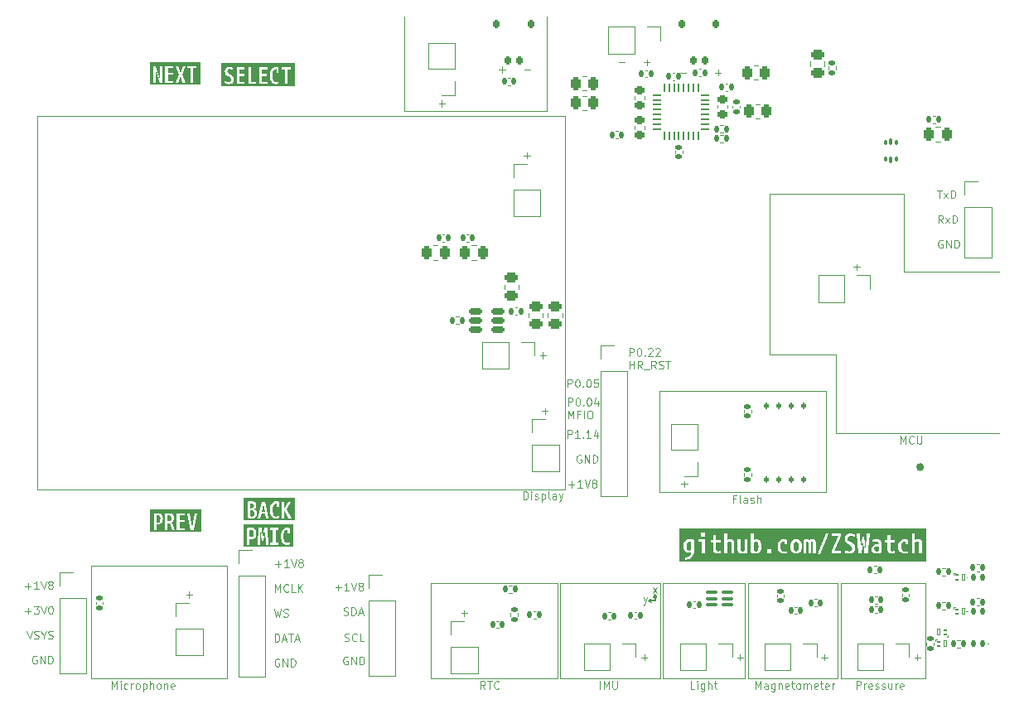
<source format=gbr>
%TF.GenerationSoftware,KiCad,Pcbnew,9.0.1+1*%
%TF.CreationDate,2025-10-28T07:39:43+00:00*%
%TF.ProjectId,ZSWatch-Watch-DevKit,5a535761-7463-4682-9d57-617463682d44,1.1.0+ (Unreleased)*%
%TF.SameCoordinates,Original*%
%TF.FileFunction,Legend,Top*%
%TF.FilePolarity,Positive*%
%FSLAX46Y46*%
G04 Gerber Fmt 4.6, Leading zero omitted, Abs format (unit mm)*
G04 Created by KiCad (PCBNEW 9.0.1+1) date 2025-10-28 07:39:43*
%MOMM*%
%LPD*%
G01*
G04 APERTURE LIST*
G04 Aperture macros list*
%AMRoundRect*
0 Rectangle with rounded corners*
0 $1 Rounding radius*
0 $2 $3 $4 $5 $6 $7 $8 $9 X,Y pos of 4 corners*
0 Add a 4 corners polygon primitive as box body*
4,1,4,$2,$3,$4,$5,$6,$7,$8,$9,$2,$3,0*
0 Add four circle primitives for the rounded corners*
1,1,$1+$1,$2,$3*
1,1,$1+$1,$4,$5*
1,1,$1+$1,$6,$7*
1,1,$1+$1,$8,$9*
0 Add four rect primitives between the rounded corners*
20,1,$1+$1,$2,$3,$4,$5,0*
20,1,$1+$1,$4,$5,$6,$7,0*
20,1,$1+$1,$6,$7,$8,$9,0*
20,1,$1+$1,$8,$9,$2,$3,0*%
G04 Aperture macros list end*
%ADD10C,0.100000*%
%ADD11C,0.400000*%
%ADD12C,0.150000*%
%ADD13C,0.120000*%
%ADD14C,0.000000*%
%ADD15C,0.010000*%
%ADD16RoundRect,0.140000X0.140000X0.170000X-0.140000X0.170000X-0.140000X-0.170000X0.140000X-0.170000X0*%
%ADD17RoundRect,0.250000X-0.262500X-0.450000X0.262500X-0.450000X0.262500X0.450000X-0.262500X0.450000X0*%
%ADD18RoundRect,0.250000X0.262500X0.450000X-0.262500X0.450000X-0.262500X-0.450000X0.262500X-0.450000X0*%
%ADD19RoundRect,0.050000X-0.150000X-0.300000X0.150000X-0.300000X0.150000X0.300000X-0.150000X0.300000X0*%
%ADD20RoundRect,0.050000X-0.150000X-0.075000X0.150000X-0.075000X0.150000X0.075000X-0.150000X0.075000X0*%
%ADD21RoundRect,0.093750X-0.093750X0.156250X-0.093750X-0.156250X0.093750X-0.156250X0.093750X0.156250X0*%
%ADD22RoundRect,0.075000X-0.075000X0.250000X-0.075000X-0.250000X0.075000X-0.250000X0.075000X0.250000X0*%
%ADD23RoundRect,0.135000X0.185000X-0.135000X0.185000X0.135000X-0.185000X0.135000X-0.185000X-0.135000X0*%
%ADD24R,1.500000X1.300000*%
%ADD25C,1.000000*%
%ADD26R,1.700000X1.700000*%
%ADD27C,1.700000*%
%ADD28RoundRect,0.250000X-0.450000X0.262500X-0.450000X-0.262500X0.450000X-0.262500X0.450000X0.262500X0*%
%ADD29R,2.400000X0.740000*%
%ADD30RoundRect,0.062500X-0.337500X-0.062500X0.337500X-0.062500X0.337500X0.062500X-0.337500X0.062500X0*%
%ADD31RoundRect,0.062500X-0.062500X-0.337500X0.062500X-0.337500X0.062500X0.337500X-0.062500X0.337500X0*%
%ADD32R,3.600000X3.600000*%
%ADD33RoundRect,0.150000X0.150000X0.275000X-0.150000X0.275000X-0.150000X-0.275000X0.150000X-0.275000X0*%
%ADD34RoundRect,0.175000X0.175000X0.225000X-0.175000X0.225000X-0.175000X-0.225000X0.175000X-0.225000X0*%
%ADD35RoundRect,0.075000X-0.512500X-0.075000X0.512500X-0.075000X0.512500X0.075000X-0.512500X0.075000X0*%
%ADD36C,2.500000*%
%ADD37R,0.250000X0.500000*%
%ADD38R,0.500000X0.250000*%
%ADD39RoundRect,0.140000X-0.170000X0.140000X-0.170000X-0.140000X0.170000X-0.140000X0.170000X0.140000X0*%
%ADD40RoundRect,0.135000X-0.185000X0.135000X-0.185000X-0.135000X0.185000X-0.135000X0.185000X0.135000X0*%
%ADD41RoundRect,0.135000X0.135000X0.185000X-0.135000X0.185000X-0.135000X-0.185000X0.135000X-0.185000X0*%
%ADD42RoundRect,0.140000X-0.140000X-0.170000X0.140000X-0.170000X0.140000X0.170000X-0.140000X0.170000X0*%
%ADD43RoundRect,0.125000X0.125000X-0.200000X0.125000X0.200000X-0.125000X0.200000X-0.125000X-0.200000X0*%
%ADD44R,4.300000X3.400000*%
%ADD45R,0.650000X0.170000*%
%ADD46RoundRect,0.140000X0.170000X-0.140000X0.170000X0.140000X-0.170000X0.140000X-0.170000X-0.140000X0*%
%ADD47R,0.950000X0.450000*%
%ADD48RoundRect,0.135000X-0.135000X-0.185000X0.135000X-0.185000X0.135000X0.185000X-0.135000X0.185000X0*%
%ADD49R,0.700000X0.270000*%
%ADD50R,0.370000X0.300000*%
%ADD51R,0.300000X0.370000*%
%ADD52RoundRect,0.147500X0.147500X0.172500X-0.147500X0.172500X-0.147500X-0.172500X0.147500X-0.172500X0*%
%ADD53C,0.650000*%
%ADD54O,0.950000X0.650000*%
%ADD55R,0.300000X0.700000*%
%ADD56O,0.800000X1.400000*%
%ADD57RoundRect,0.225000X-0.250000X0.225000X-0.250000X-0.225000X0.250000X-0.225000X0.250000X0.225000X0*%
%ADD58R,0.475000X0.250000*%
%ADD59R,0.250000X0.475000*%
%ADD60R,1.150000X1.800000*%
%ADD61R,0.600000X0.600000*%
%ADD62RoundRect,0.147500X-0.147500X-0.172500X0.147500X-0.172500X0.147500X0.172500X-0.147500X0.172500X0*%
%ADD63RoundRect,0.225000X0.250000X-0.225000X0.250000X0.225000X-0.250000X0.225000X-0.250000X-0.225000X0*%
%ADD64R,0.300000X0.325000*%
%ADD65R,0.325000X0.300000*%
%ADD66R,1.800000X1.150000*%
%ADD67RoundRect,0.050000X0.150000X0.300000X-0.150000X0.300000X-0.150000X-0.300000X0.150000X-0.300000X0*%
%ADD68RoundRect,0.050000X0.150000X0.075000X-0.150000X0.075000X-0.150000X-0.075000X0.150000X-0.075000X0*%
%ADD69RoundRect,0.150000X0.512500X0.150000X-0.512500X0.150000X-0.512500X-0.150000X0.512500X-0.150000X0*%
%ADD70R,0.450000X0.210000*%
%ADD71R,0.500000X0.320000*%
%ADD72R,0.500000X0.220000*%
%ADD73R,0.220000X0.500000*%
%ADD74R,0.500000X0.200000*%
%ADD75RoundRect,0.250000X0.450000X-0.262500X0.450000X0.262500X-0.450000X0.262500X-0.450000X-0.262500X0*%
G04 APERTURE END LIST*
D10*
X199800000Y-172000000D02*
X212700000Y-172000000D01*
X212700000Y-181700000D01*
X199800000Y-181700000D01*
X199800000Y-172000000D01*
X159600000Y-124200000D02*
X213500000Y-124200000D01*
X213500000Y-162400000D01*
X159600000Y-162400000D01*
X159600000Y-124200000D01*
X234400000Y-132200000D02*
X248100000Y-132200000D01*
X248100000Y-140150000D02*
X248100000Y-132200000D01*
X223500000Y-172000000D02*
X231900000Y-172000000D01*
X231900000Y-181700000D01*
X223500000Y-181700000D01*
X223500000Y-172000000D01*
X241700000Y-172000000D02*
X250300000Y-172000000D01*
X250300000Y-181700000D01*
X241700000Y-181700000D01*
X241700000Y-172000000D01*
D11*
X250000000Y-160120000D02*
G75*
G02*
X249600000Y-160120000I-200000J0D01*
G01*
X249600000Y-160120000D02*
G75*
G02*
X250000000Y-160120000I200000J0D01*
G01*
D10*
X241200000Y-156650000D02*
X257850000Y-156650000D01*
D12*
X222700000Y-173136500D02*
X222573000Y-173390500D01*
D10*
X234400000Y-148600000D02*
X241200000Y-148600000D01*
X197100000Y-114100000D02*
X197100000Y-123700000D01*
X211600000Y-114100000D02*
X211600000Y-123700000D01*
D12*
X222700000Y-173136500D02*
X222827000Y-173390500D01*
X222700000Y-173136500D02*
X222700000Y-173800000D01*
D10*
X257850000Y-140150000D02*
X248100000Y-140150000D01*
X234400000Y-132200000D02*
X234400000Y-148600000D01*
X165100000Y-170200000D02*
X179000000Y-170200000D01*
X179000000Y-181700000D01*
X165100000Y-181700000D01*
X165100000Y-170200000D01*
X223150000Y-152300000D02*
X240150000Y-152300000D01*
X240150000Y-162700000D01*
X223150000Y-162700000D01*
X223150000Y-152300000D01*
X197100000Y-123700000D02*
X211600000Y-123700000D01*
X213000000Y-172000000D02*
X223200000Y-172000000D01*
X223200000Y-181700000D01*
X213000000Y-181700000D01*
X213000000Y-172000000D01*
D12*
X222065000Y-173800000D02*
X222319000Y-173673000D01*
X222065000Y-173800000D02*
X222700000Y-173800000D01*
X222065000Y-173800000D02*
X222319000Y-173927000D01*
D10*
X241200000Y-148600000D02*
X241200000Y-156650000D01*
X232200000Y-172000000D02*
X241400000Y-172000000D01*
X241400000Y-181700000D01*
X232200000Y-181700000D01*
X232200000Y-172000000D01*
D13*
X190881327Y-175225760D02*
X190995613Y-175263855D01*
X190995613Y-175263855D02*
X191186089Y-175263855D01*
X191186089Y-175263855D02*
X191262280Y-175225760D01*
X191262280Y-175225760D02*
X191300375Y-175187664D01*
X191300375Y-175187664D02*
X191338470Y-175111474D01*
X191338470Y-175111474D02*
X191338470Y-175035283D01*
X191338470Y-175035283D02*
X191300375Y-174959093D01*
X191300375Y-174959093D02*
X191262280Y-174920998D01*
X191262280Y-174920998D02*
X191186089Y-174882902D01*
X191186089Y-174882902D02*
X191033708Y-174844807D01*
X191033708Y-174844807D02*
X190957518Y-174806712D01*
X190957518Y-174806712D02*
X190919423Y-174768617D01*
X190919423Y-174768617D02*
X190881327Y-174692426D01*
X190881327Y-174692426D02*
X190881327Y-174616236D01*
X190881327Y-174616236D02*
X190919423Y-174540045D01*
X190919423Y-174540045D02*
X190957518Y-174501950D01*
X190957518Y-174501950D02*
X191033708Y-174463855D01*
X191033708Y-174463855D02*
X191224185Y-174463855D01*
X191224185Y-174463855D02*
X191338470Y-174501950D01*
X191681328Y-175263855D02*
X191681328Y-174463855D01*
X191681328Y-174463855D02*
X191871804Y-174463855D01*
X191871804Y-174463855D02*
X191986090Y-174501950D01*
X191986090Y-174501950D02*
X192062280Y-174578140D01*
X192062280Y-174578140D02*
X192100375Y-174654331D01*
X192100375Y-174654331D02*
X192138471Y-174806712D01*
X192138471Y-174806712D02*
X192138471Y-174920998D01*
X192138471Y-174920998D02*
X192100375Y-175073379D01*
X192100375Y-175073379D02*
X192062280Y-175149569D01*
X192062280Y-175149569D02*
X191986090Y-175225760D01*
X191986090Y-175225760D02*
X191871804Y-175263855D01*
X191871804Y-175263855D02*
X191681328Y-175263855D01*
X192443232Y-175035283D02*
X192824185Y-175035283D01*
X192367042Y-175263855D02*
X192633709Y-174463855D01*
X192633709Y-174463855D02*
X192900375Y-175263855D01*
X202895238Y-175059093D02*
X203504762Y-175059093D01*
X203200000Y-175363855D02*
X203200000Y-174754331D01*
X209295238Y-128259093D02*
X209904762Y-128259093D01*
X209600000Y-128563855D02*
X209600000Y-127954331D01*
X252088470Y-136951950D02*
X252012280Y-136913855D01*
X252012280Y-136913855D02*
X251897994Y-136913855D01*
X251897994Y-136913855D02*
X251783708Y-136951950D01*
X251783708Y-136951950D02*
X251707518Y-137028140D01*
X251707518Y-137028140D02*
X251669423Y-137104331D01*
X251669423Y-137104331D02*
X251631327Y-137256712D01*
X251631327Y-137256712D02*
X251631327Y-137370998D01*
X251631327Y-137370998D02*
X251669423Y-137523379D01*
X251669423Y-137523379D02*
X251707518Y-137599569D01*
X251707518Y-137599569D02*
X251783708Y-137675760D01*
X251783708Y-137675760D02*
X251897994Y-137713855D01*
X251897994Y-137713855D02*
X251974185Y-137713855D01*
X251974185Y-137713855D02*
X252088470Y-137675760D01*
X252088470Y-137675760D02*
X252126566Y-137637664D01*
X252126566Y-137637664D02*
X252126566Y-137370998D01*
X252126566Y-137370998D02*
X251974185Y-137370998D01*
X252469423Y-137713855D02*
X252469423Y-136913855D01*
X252469423Y-136913855D02*
X252926566Y-137713855D01*
X252926566Y-137713855D02*
X252926566Y-136913855D01*
X253307518Y-137713855D02*
X253307518Y-136913855D01*
X253307518Y-136913855D02*
X253497994Y-136913855D01*
X253497994Y-136913855D02*
X253612280Y-136951950D01*
X253612280Y-136951950D02*
X253688470Y-137028140D01*
X253688470Y-137028140D02*
X253726565Y-137104331D01*
X253726565Y-137104331D02*
X253764661Y-137256712D01*
X253764661Y-137256712D02*
X253764661Y-137370998D01*
X253764661Y-137370998D02*
X253726565Y-137523379D01*
X253726565Y-137523379D02*
X253688470Y-137599569D01*
X253688470Y-137599569D02*
X253612280Y-137675760D01*
X253612280Y-137675760D02*
X253497994Y-137713855D01*
X253497994Y-137713855D02*
X253307518Y-137713855D01*
X228819423Y-119791093D02*
X229428947Y-119791093D01*
X229124185Y-120095855D02*
X229124185Y-119486331D01*
X213819423Y-153849878D02*
X213819423Y-153049878D01*
X213819423Y-153049878D02*
X214124185Y-153049878D01*
X214124185Y-153049878D02*
X214200375Y-153087973D01*
X214200375Y-153087973D02*
X214238470Y-153126068D01*
X214238470Y-153126068D02*
X214276566Y-153202259D01*
X214276566Y-153202259D02*
X214276566Y-153316544D01*
X214276566Y-153316544D02*
X214238470Y-153392735D01*
X214238470Y-153392735D02*
X214200375Y-153430830D01*
X214200375Y-153430830D02*
X214124185Y-153468925D01*
X214124185Y-153468925D02*
X213819423Y-153468925D01*
X214771804Y-153049878D02*
X214847994Y-153049878D01*
X214847994Y-153049878D02*
X214924185Y-153087973D01*
X214924185Y-153087973D02*
X214962280Y-153126068D01*
X214962280Y-153126068D02*
X215000375Y-153202259D01*
X215000375Y-153202259D02*
X215038470Y-153354640D01*
X215038470Y-153354640D02*
X215038470Y-153545116D01*
X215038470Y-153545116D02*
X215000375Y-153697497D01*
X215000375Y-153697497D02*
X214962280Y-153773687D01*
X214962280Y-153773687D02*
X214924185Y-153811783D01*
X214924185Y-153811783D02*
X214847994Y-153849878D01*
X214847994Y-153849878D02*
X214771804Y-153849878D01*
X214771804Y-153849878D02*
X214695613Y-153811783D01*
X214695613Y-153811783D02*
X214657518Y-153773687D01*
X214657518Y-153773687D02*
X214619423Y-153697497D01*
X214619423Y-153697497D02*
X214581327Y-153545116D01*
X214581327Y-153545116D02*
X214581327Y-153354640D01*
X214581327Y-153354640D02*
X214619423Y-153202259D01*
X214619423Y-153202259D02*
X214657518Y-153126068D01*
X214657518Y-153126068D02*
X214695613Y-153087973D01*
X214695613Y-153087973D02*
X214771804Y-153049878D01*
X215381328Y-153773687D02*
X215419423Y-153811783D01*
X215419423Y-153811783D02*
X215381328Y-153849878D01*
X215381328Y-153849878D02*
X215343232Y-153811783D01*
X215343232Y-153811783D02*
X215381328Y-153773687D01*
X215381328Y-153773687D02*
X215381328Y-153849878D01*
X215914661Y-153049878D02*
X215990851Y-153049878D01*
X215990851Y-153049878D02*
X216067042Y-153087973D01*
X216067042Y-153087973D02*
X216105137Y-153126068D01*
X216105137Y-153126068D02*
X216143232Y-153202259D01*
X216143232Y-153202259D02*
X216181327Y-153354640D01*
X216181327Y-153354640D02*
X216181327Y-153545116D01*
X216181327Y-153545116D02*
X216143232Y-153697497D01*
X216143232Y-153697497D02*
X216105137Y-153773687D01*
X216105137Y-153773687D02*
X216067042Y-153811783D01*
X216067042Y-153811783D02*
X215990851Y-153849878D01*
X215990851Y-153849878D02*
X215914661Y-153849878D01*
X215914661Y-153849878D02*
X215838470Y-153811783D01*
X215838470Y-153811783D02*
X215800375Y-153773687D01*
X215800375Y-153773687D02*
X215762280Y-153697497D01*
X215762280Y-153697497D02*
X215724184Y-153545116D01*
X215724184Y-153545116D02*
X215724184Y-153354640D01*
X215724184Y-153354640D02*
X215762280Y-153202259D01*
X215762280Y-153202259D02*
X215800375Y-153126068D01*
X215800375Y-153126068D02*
X215838470Y-153087973D01*
X215838470Y-153087973D02*
X215914661Y-153049878D01*
X216867042Y-153316544D02*
X216867042Y-153849878D01*
X216676566Y-153011783D02*
X216486089Y-153583211D01*
X216486089Y-153583211D02*
X216981328Y-153583211D01*
X213819423Y-155137833D02*
X213819423Y-154337833D01*
X213819423Y-154337833D02*
X214086089Y-154909261D01*
X214086089Y-154909261D02*
X214352756Y-154337833D01*
X214352756Y-154337833D02*
X214352756Y-155137833D01*
X215000375Y-154718785D02*
X214733709Y-154718785D01*
X214733709Y-155137833D02*
X214733709Y-154337833D01*
X214733709Y-154337833D02*
X215114661Y-154337833D01*
X215419423Y-155137833D02*
X215419423Y-154337833D01*
X215952756Y-154337833D02*
X216105137Y-154337833D01*
X216105137Y-154337833D02*
X216181327Y-154375928D01*
X216181327Y-154375928D02*
X216257518Y-154452118D01*
X216257518Y-154452118D02*
X216295613Y-154604499D01*
X216295613Y-154604499D02*
X216295613Y-154871166D01*
X216295613Y-154871166D02*
X216257518Y-155023547D01*
X216257518Y-155023547D02*
X216181327Y-155099738D01*
X216181327Y-155099738D02*
X216105137Y-155137833D01*
X216105137Y-155137833D02*
X215952756Y-155137833D01*
X215952756Y-155137833D02*
X215876565Y-155099738D01*
X215876565Y-155099738D02*
X215800375Y-155023547D01*
X215800375Y-155023547D02*
X215762279Y-154871166D01*
X215762279Y-154871166D02*
X215762279Y-154604499D01*
X215762279Y-154604499D02*
X215800375Y-154452118D01*
X215800375Y-154452118D02*
X215876565Y-154375928D01*
X215876565Y-154375928D02*
X215952756Y-154337833D01*
X217069423Y-182795855D02*
X217069423Y-181995855D01*
X217450375Y-182795855D02*
X217450375Y-181995855D01*
X217450375Y-181995855D02*
X217717041Y-182567283D01*
X217717041Y-182567283D02*
X217983708Y-181995855D01*
X217983708Y-181995855D02*
X217983708Y-182795855D01*
X218364661Y-181995855D02*
X218364661Y-182643474D01*
X218364661Y-182643474D02*
X218402756Y-182719664D01*
X218402756Y-182719664D02*
X218440851Y-182757760D01*
X218440851Y-182757760D02*
X218517042Y-182795855D01*
X218517042Y-182795855D02*
X218669423Y-182795855D01*
X218669423Y-182795855D02*
X218745613Y-182757760D01*
X218745613Y-182757760D02*
X218783708Y-182719664D01*
X218783708Y-182719664D02*
X218821804Y-182643474D01*
X218821804Y-182643474D02*
X218821804Y-181995855D01*
X190963909Y-177895760D02*
X191078195Y-177933855D01*
X191078195Y-177933855D02*
X191268671Y-177933855D01*
X191268671Y-177933855D02*
X191344862Y-177895760D01*
X191344862Y-177895760D02*
X191382957Y-177857664D01*
X191382957Y-177857664D02*
X191421052Y-177781474D01*
X191421052Y-177781474D02*
X191421052Y-177705283D01*
X191421052Y-177705283D02*
X191382957Y-177629093D01*
X191382957Y-177629093D02*
X191344862Y-177590998D01*
X191344862Y-177590998D02*
X191268671Y-177552902D01*
X191268671Y-177552902D02*
X191116290Y-177514807D01*
X191116290Y-177514807D02*
X191040100Y-177476712D01*
X191040100Y-177476712D02*
X191002005Y-177438617D01*
X191002005Y-177438617D02*
X190963909Y-177362426D01*
X190963909Y-177362426D02*
X190963909Y-177286236D01*
X190963909Y-177286236D02*
X191002005Y-177210045D01*
X191002005Y-177210045D02*
X191040100Y-177171950D01*
X191040100Y-177171950D02*
X191116290Y-177133855D01*
X191116290Y-177133855D02*
X191306767Y-177133855D01*
X191306767Y-177133855D02*
X191421052Y-177171950D01*
X192221053Y-177857664D02*
X192182957Y-177895760D01*
X192182957Y-177895760D02*
X192068672Y-177933855D01*
X192068672Y-177933855D02*
X191992481Y-177933855D01*
X191992481Y-177933855D02*
X191878195Y-177895760D01*
X191878195Y-177895760D02*
X191802005Y-177819569D01*
X191802005Y-177819569D02*
X191763910Y-177743379D01*
X191763910Y-177743379D02*
X191725814Y-177590998D01*
X191725814Y-177590998D02*
X191725814Y-177476712D01*
X191725814Y-177476712D02*
X191763910Y-177324331D01*
X191763910Y-177324331D02*
X191802005Y-177248140D01*
X191802005Y-177248140D02*
X191878195Y-177171950D01*
X191878195Y-177171950D02*
X191992481Y-177133855D01*
X191992481Y-177133855D02*
X192068672Y-177133855D01*
X192068672Y-177133855D02*
X192182957Y-177171950D01*
X192182957Y-177171950D02*
X192221053Y-177210045D01*
X192944862Y-177933855D02*
X192563910Y-177933855D01*
X192563910Y-177933855D02*
X192563910Y-177133855D01*
X249195238Y-179559093D02*
X249804762Y-179559093D01*
X249500000Y-179863855D02*
X249500000Y-179254331D01*
X218969423Y-118759093D02*
X219578947Y-118759093D01*
X213769423Y-151945855D02*
X213769423Y-151145855D01*
X213769423Y-151145855D02*
X214074185Y-151145855D01*
X214074185Y-151145855D02*
X214150375Y-151183950D01*
X214150375Y-151183950D02*
X214188470Y-151222045D01*
X214188470Y-151222045D02*
X214226566Y-151298236D01*
X214226566Y-151298236D02*
X214226566Y-151412521D01*
X214226566Y-151412521D02*
X214188470Y-151488712D01*
X214188470Y-151488712D02*
X214150375Y-151526807D01*
X214150375Y-151526807D02*
X214074185Y-151564902D01*
X214074185Y-151564902D02*
X213769423Y-151564902D01*
X214721804Y-151145855D02*
X214797994Y-151145855D01*
X214797994Y-151145855D02*
X214874185Y-151183950D01*
X214874185Y-151183950D02*
X214912280Y-151222045D01*
X214912280Y-151222045D02*
X214950375Y-151298236D01*
X214950375Y-151298236D02*
X214988470Y-151450617D01*
X214988470Y-151450617D02*
X214988470Y-151641093D01*
X214988470Y-151641093D02*
X214950375Y-151793474D01*
X214950375Y-151793474D02*
X214912280Y-151869664D01*
X214912280Y-151869664D02*
X214874185Y-151907760D01*
X214874185Y-151907760D02*
X214797994Y-151945855D01*
X214797994Y-151945855D02*
X214721804Y-151945855D01*
X214721804Y-151945855D02*
X214645613Y-151907760D01*
X214645613Y-151907760D02*
X214607518Y-151869664D01*
X214607518Y-151869664D02*
X214569423Y-151793474D01*
X214569423Y-151793474D02*
X214531327Y-151641093D01*
X214531327Y-151641093D02*
X214531327Y-151450617D01*
X214531327Y-151450617D02*
X214569423Y-151298236D01*
X214569423Y-151298236D02*
X214607518Y-151222045D01*
X214607518Y-151222045D02*
X214645613Y-151183950D01*
X214645613Y-151183950D02*
X214721804Y-151145855D01*
X215331328Y-151869664D02*
X215369423Y-151907760D01*
X215369423Y-151907760D02*
X215331328Y-151945855D01*
X215331328Y-151945855D02*
X215293232Y-151907760D01*
X215293232Y-151907760D02*
X215331328Y-151869664D01*
X215331328Y-151869664D02*
X215331328Y-151945855D01*
X215864661Y-151145855D02*
X215940851Y-151145855D01*
X215940851Y-151145855D02*
X216017042Y-151183950D01*
X216017042Y-151183950D02*
X216055137Y-151222045D01*
X216055137Y-151222045D02*
X216093232Y-151298236D01*
X216093232Y-151298236D02*
X216131327Y-151450617D01*
X216131327Y-151450617D02*
X216131327Y-151641093D01*
X216131327Y-151641093D02*
X216093232Y-151793474D01*
X216093232Y-151793474D02*
X216055137Y-151869664D01*
X216055137Y-151869664D02*
X216017042Y-151907760D01*
X216017042Y-151907760D02*
X215940851Y-151945855D01*
X215940851Y-151945855D02*
X215864661Y-151945855D01*
X215864661Y-151945855D02*
X215788470Y-151907760D01*
X215788470Y-151907760D02*
X215750375Y-151869664D01*
X215750375Y-151869664D02*
X215712280Y-151793474D01*
X215712280Y-151793474D02*
X215674184Y-151641093D01*
X215674184Y-151641093D02*
X215674184Y-151450617D01*
X215674184Y-151450617D02*
X215712280Y-151298236D01*
X215712280Y-151298236D02*
X215750375Y-151222045D01*
X215750375Y-151222045D02*
X215788470Y-151183950D01*
X215788470Y-151183950D02*
X215864661Y-151145855D01*
X216855137Y-151145855D02*
X216474185Y-151145855D01*
X216474185Y-151145855D02*
X216436089Y-151526807D01*
X216436089Y-151526807D02*
X216474185Y-151488712D01*
X216474185Y-151488712D02*
X216550375Y-151450617D01*
X216550375Y-151450617D02*
X216740851Y-151450617D01*
X216740851Y-151450617D02*
X216817042Y-151488712D01*
X216817042Y-151488712D02*
X216855137Y-151526807D01*
X216855137Y-151526807D02*
X216893232Y-151602998D01*
X216893232Y-151602998D02*
X216893232Y-151793474D01*
X216893232Y-151793474D02*
X216855137Y-151869664D01*
X216855137Y-151869664D02*
X216817042Y-151907760D01*
X216817042Y-151907760D02*
X216740851Y-151945855D01*
X216740851Y-151945855D02*
X216550375Y-151945855D01*
X216550375Y-151945855D02*
X216474185Y-151907760D01*
X216474185Y-151907760D02*
X216436089Y-151869664D01*
X247769423Y-157745855D02*
X247769423Y-156945855D01*
X247769423Y-156945855D02*
X248036089Y-157517283D01*
X248036089Y-157517283D02*
X248302756Y-156945855D01*
X248302756Y-156945855D02*
X248302756Y-157745855D01*
X249140852Y-157669664D02*
X249102756Y-157707760D01*
X249102756Y-157707760D02*
X248988471Y-157745855D01*
X248988471Y-157745855D02*
X248912280Y-157745855D01*
X248912280Y-157745855D02*
X248797994Y-157707760D01*
X248797994Y-157707760D02*
X248721804Y-157631569D01*
X248721804Y-157631569D02*
X248683709Y-157555379D01*
X248683709Y-157555379D02*
X248645613Y-157402998D01*
X248645613Y-157402998D02*
X248645613Y-157288712D01*
X248645613Y-157288712D02*
X248683709Y-157136331D01*
X248683709Y-157136331D02*
X248721804Y-157060140D01*
X248721804Y-157060140D02*
X248797994Y-156983950D01*
X248797994Y-156983950D02*
X248912280Y-156945855D01*
X248912280Y-156945855D02*
X248988471Y-156945855D01*
X248988471Y-156945855D02*
X249102756Y-156983950D01*
X249102756Y-156983950D02*
X249140852Y-157022045D01*
X249483709Y-156945855D02*
X249483709Y-157593474D01*
X249483709Y-157593474D02*
X249521804Y-157669664D01*
X249521804Y-157669664D02*
X249559899Y-157707760D01*
X249559899Y-157707760D02*
X249636090Y-157745855D01*
X249636090Y-157745855D02*
X249788471Y-157745855D01*
X249788471Y-157745855D02*
X249864661Y-157707760D01*
X249864661Y-157707760D02*
X249902756Y-157669664D01*
X249902756Y-157669664D02*
X249940852Y-157593474D01*
X249940852Y-157593474D02*
X249940852Y-156945855D01*
X213769423Y-157145855D02*
X213769423Y-156345855D01*
X213769423Y-156345855D02*
X214074185Y-156345855D01*
X214074185Y-156345855D02*
X214150375Y-156383950D01*
X214150375Y-156383950D02*
X214188470Y-156422045D01*
X214188470Y-156422045D02*
X214226566Y-156498236D01*
X214226566Y-156498236D02*
X214226566Y-156612521D01*
X214226566Y-156612521D02*
X214188470Y-156688712D01*
X214188470Y-156688712D02*
X214150375Y-156726807D01*
X214150375Y-156726807D02*
X214074185Y-156764902D01*
X214074185Y-156764902D02*
X213769423Y-156764902D01*
X214988470Y-157145855D02*
X214531327Y-157145855D01*
X214759899Y-157145855D02*
X214759899Y-156345855D01*
X214759899Y-156345855D02*
X214683708Y-156460140D01*
X214683708Y-156460140D02*
X214607518Y-156536331D01*
X214607518Y-156536331D02*
X214531327Y-156574426D01*
X215331328Y-157069664D02*
X215369423Y-157107760D01*
X215369423Y-157107760D02*
X215331328Y-157145855D01*
X215331328Y-157145855D02*
X215293232Y-157107760D01*
X215293232Y-157107760D02*
X215331328Y-157069664D01*
X215331328Y-157069664D02*
X215331328Y-157145855D01*
X216131327Y-157145855D02*
X215674184Y-157145855D01*
X215902756Y-157145855D02*
X215902756Y-156345855D01*
X215902756Y-156345855D02*
X215826565Y-156460140D01*
X215826565Y-156460140D02*
X215750375Y-156536331D01*
X215750375Y-156536331D02*
X215674184Y-156574426D01*
X216817042Y-156612521D02*
X216817042Y-157145855D01*
X216626566Y-156307760D02*
X216436089Y-156879188D01*
X216436089Y-156879188D02*
X216931328Y-156879188D01*
X190011529Y-172439093D02*
X190621053Y-172439093D01*
X190316291Y-172743855D02*
X190316291Y-172134331D01*
X191421052Y-172743855D02*
X190963909Y-172743855D01*
X191192481Y-172743855D02*
X191192481Y-171943855D01*
X191192481Y-171943855D02*
X191116290Y-172058140D01*
X191116290Y-172058140D02*
X191040100Y-172134331D01*
X191040100Y-172134331D02*
X190963909Y-172172426D01*
X191649624Y-171943855D02*
X191916291Y-172743855D01*
X191916291Y-172743855D02*
X192182957Y-171943855D01*
X192563909Y-172286712D02*
X192487719Y-172248617D01*
X192487719Y-172248617D02*
X192449624Y-172210521D01*
X192449624Y-172210521D02*
X192411528Y-172134331D01*
X192411528Y-172134331D02*
X192411528Y-172096236D01*
X192411528Y-172096236D02*
X192449624Y-172020045D01*
X192449624Y-172020045D02*
X192487719Y-171981950D01*
X192487719Y-171981950D02*
X192563909Y-171943855D01*
X192563909Y-171943855D02*
X192716290Y-171943855D01*
X192716290Y-171943855D02*
X192792481Y-171981950D01*
X192792481Y-171981950D02*
X192830576Y-172020045D01*
X192830576Y-172020045D02*
X192868671Y-172096236D01*
X192868671Y-172096236D02*
X192868671Y-172134331D01*
X192868671Y-172134331D02*
X192830576Y-172210521D01*
X192830576Y-172210521D02*
X192792481Y-172248617D01*
X192792481Y-172248617D02*
X192716290Y-172286712D01*
X192716290Y-172286712D02*
X192563909Y-172286712D01*
X192563909Y-172286712D02*
X192487719Y-172324807D01*
X192487719Y-172324807D02*
X192449624Y-172362902D01*
X192449624Y-172362902D02*
X192411528Y-172439093D01*
X192411528Y-172439093D02*
X192411528Y-172591474D01*
X192411528Y-172591474D02*
X192449624Y-172667664D01*
X192449624Y-172667664D02*
X192487719Y-172705760D01*
X192487719Y-172705760D02*
X192563909Y-172743855D01*
X192563909Y-172743855D02*
X192716290Y-172743855D01*
X192716290Y-172743855D02*
X192792481Y-172705760D01*
X192792481Y-172705760D02*
X192830576Y-172667664D01*
X192830576Y-172667664D02*
X192868671Y-172591474D01*
X192868671Y-172591474D02*
X192868671Y-172439093D01*
X192868671Y-172439093D02*
X192830576Y-172362902D01*
X192830576Y-172362902D02*
X192792481Y-172324807D01*
X192792481Y-172324807D02*
X192716290Y-172286712D01*
X191288470Y-179551950D02*
X191212280Y-179513855D01*
X191212280Y-179513855D02*
X191097994Y-179513855D01*
X191097994Y-179513855D02*
X190983708Y-179551950D01*
X190983708Y-179551950D02*
X190907518Y-179628140D01*
X190907518Y-179628140D02*
X190869423Y-179704331D01*
X190869423Y-179704331D02*
X190831327Y-179856712D01*
X190831327Y-179856712D02*
X190831327Y-179970998D01*
X190831327Y-179970998D02*
X190869423Y-180123379D01*
X190869423Y-180123379D02*
X190907518Y-180199569D01*
X190907518Y-180199569D02*
X190983708Y-180275760D01*
X190983708Y-180275760D02*
X191097994Y-180313855D01*
X191097994Y-180313855D02*
X191174185Y-180313855D01*
X191174185Y-180313855D02*
X191288470Y-180275760D01*
X191288470Y-180275760D02*
X191326566Y-180237664D01*
X191326566Y-180237664D02*
X191326566Y-179970998D01*
X191326566Y-179970998D02*
X191174185Y-179970998D01*
X191669423Y-180313855D02*
X191669423Y-179513855D01*
X191669423Y-179513855D02*
X192126566Y-180313855D01*
X192126566Y-180313855D02*
X192126566Y-179513855D01*
X192507518Y-180313855D02*
X192507518Y-179513855D01*
X192507518Y-179513855D02*
X192697994Y-179513855D01*
X192697994Y-179513855D02*
X192812280Y-179551950D01*
X192812280Y-179551950D02*
X192888470Y-179628140D01*
X192888470Y-179628140D02*
X192926565Y-179704331D01*
X192926565Y-179704331D02*
X192964661Y-179856712D01*
X192964661Y-179856712D02*
X192964661Y-179970998D01*
X192964661Y-179970998D02*
X192926565Y-180123379D01*
X192926565Y-180123379D02*
X192888470Y-180199569D01*
X192888470Y-180199569D02*
X192812280Y-180275760D01*
X192812280Y-180275760D02*
X192697994Y-180313855D01*
X192697994Y-180313855D02*
X192507518Y-180313855D01*
X209269423Y-163395855D02*
X209269423Y-162595855D01*
X209269423Y-162595855D02*
X209459899Y-162595855D01*
X209459899Y-162595855D02*
X209574185Y-162633950D01*
X209574185Y-162633950D02*
X209650375Y-162710140D01*
X209650375Y-162710140D02*
X209688470Y-162786331D01*
X209688470Y-162786331D02*
X209726566Y-162938712D01*
X209726566Y-162938712D02*
X209726566Y-163052998D01*
X209726566Y-163052998D02*
X209688470Y-163205379D01*
X209688470Y-163205379D02*
X209650375Y-163281569D01*
X209650375Y-163281569D02*
X209574185Y-163357760D01*
X209574185Y-163357760D02*
X209459899Y-163395855D01*
X209459899Y-163395855D02*
X209269423Y-163395855D01*
X210069423Y-163395855D02*
X210069423Y-162862521D01*
X210069423Y-162595855D02*
X210031327Y-162633950D01*
X210031327Y-162633950D02*
X210069423Y-162672045D01*
X210069423Y-162672045D02*
X210107518Y-162633950D01*
X210107518Y-162633950D02*
X210069423Y-162595855D01*
X210069423Y-162595855D02*
X210069423Y-162672045D01*
X210412279Y-163357760D02*
X210488470Y-163395855D01*
X210488470Y-163395855D02*
X210640851Y-163395855D01*
X210640851Y-163395855D02*
X210717041Y-163357760D01*
X210717041Y-163357760D02*
X210755137Y-163281569D01*
X210755137Y-163281569D02*
X210755137Y-163243474D01*
X210755137Y-163243474D02*
X210717041Y-163167283D01*
X210717041Y-163167283D02*
X210640851Y-163129188D01*
X210640851Y-163129188D02*
X210526565Y-163129188D01*
X210526565Y-163129188D02*
X210450375Y-163091093D01*
X210450375Y-163091093D02*
X210412279Y-163014902D01*
X210412279Y-163014902D02*
X210412279Y-162976807D01*
X210412279Y-162976807D02*
X210450375Y-162900617D01*
X210450375Y-162900617D02*
X210526565Y-162862521D01*
X210526565Y-162862521D02*
X210640851Y-162862521D01*
X210640851Y-162862521D02*
X210717041Y-162900617D01*
X211097994Y-162862521D02*
X211097994Y-163662521D01*
X211097994Y-162900617D02*
X211174184Y-162862521D01*
X211174184Y-162862521D02*
X211326565Y-162862521D01*
X211326565Y-162862521D02*
X211402756Y-162900617D01*
X211402756Y-162900617D02*
X211440851Y-162938712D01*
X211440851Y-162938712D02*
X211478946Y-163014902D01*
X211478946Y-163014902D02*
X211478946Y-163243474D01*
X211478946Y-163243474D02*
X211440851Y-163319664D01*
X211440851Y-163319664D02*
X211402756Y-163357760D01*
X211402756Y-163357760D02*
X211326565Y-163395855D01*
X211326565Y-163395855D02*
X211174184Y-163395855D01*
X211174184Y-163395855D02*
X211097994Y-163357760D01*
X211936089Y-163395855D02*
X211859899Y-163357760D01*
X211859899Y-163357760D02*
X211821804Y-163281569D01*
X211821804Y-163281569D02*
X211821804Y-162595855D01*
X212583709Y-163395855D02*
X212583709Y-162976807D01*
X212583709Y-162976807D02*
X212545614Y-162900617D01*
X212545614Y-162900617D02*
X212469423Y-162862521D01*
X212469423Y-162862521D02*
X212317042Y-162862521D01*
X212317042Y-162862521D02*
X212240852Y-162900617D01*
X212583709Y-163357760D02*
X212507518Y-163395855D01*
X212507518Y-163395855D02*
X212317042Y-163395855D01*
X212317042Y-163395855D02*
X212240852Y-163357760D01*
X212240852Y-163357760D02*
X212202756Y-163281569D01*
X212202756Y-163281569D02*
X212202756Y-163205379D01*
X212202756Y-163205379D02*
X212240852Y-163129188D01*
X212240852Y-163129188D02*
X212317042Y-163091093D01*
X212317042Y-163091093D02*
X212507518Y-163091093D01*
X212507518Y-163091093D02*
X212583709Y-163052998D01*
X212888471Y-162862521D02*
X213078947Y-163395855D01*
X213269424Y-162862521D02*
X213078947Y-163395855D01*
X213078947Y-163395855D02*
X213002757Y-163586331D01*
X213002757Y-163586331D02*
X212964662Y-163624426D01*
X212964662Y-163624426D02*
X212888471Y-163662521D01*
X159492481Y-179441950D02*
X159416291Y-179403855D01*
X159416291Y-179403855D02*
X159302005Y-179403855D01*
X159302005Y-179403855D02*
X159187719Y-179441950D01*
X159187719Y-179441950D02*
X159111529Y-179518140D01*
X159111529Y-179518140D02*
X159073434Y-179594331D01*
X159073434Y-179594331D02*
X159035338Y-179746712D01*
X159035338Y-179746712D02*
X159035338Y-179860998D01*
X159035338Y-179860998D02*
X159073434Y-180013379D01*
X159073434Y-180013379D02*
X159111529Y-180089569D01*
X159111529Y-180089569D02*
X159187719Y-180165760D01*
X159187719Y-180165760D02*
X159302005Y-180203855D01*
X159302005Y-180203855D02*
X159378196Y-180203855D01*
X159378196Y-180203855D02*
X159492481Y-180165760D01*
X159492481Y-180165760D02*
X159530577Y-180127664D01*
X159530577Y-180127664D02*
X159530577Y-179860998D01*
X159530577Y-179860998D02*
X159378196Y-179860998D01*
X159873434Y-180203855D02*
X159873434Y-179403855D01*
X159873434Y-179403855D02*
X160330577Y-180203855D01*
X160330577Y-180203855D02*
X160330577Y-179403855D01*
X160711529Y-180203855D02*
X160711529Y-179403855D01*
X160711529Y-179403855D02*
X160902005Y-179403855D01*
X160902005Y-179403855D02*
X161016291Y-179441950D01*
X161016291Y-179441950D02*
X161092481Y-179518140D01*
X161092481Y-179518140D02*
X161130576Y-179594331D01*
X161130576Y-179594331D02*
X161168672Y-179746712D01*
X161168672Y-179746712D02*
X161168672Y-179860998D01*
X161168672Y-179860998D02*
X161130576Y-180013379D01*
X161130576Y-180013379D02*
X161092481Y-180089569D01*
X161092481Y-180089569D02*
X161016291Y-180165760D01*
X161016291Y-180165760D02*
X160902005Y-180203855D01*
X160902005Y-180203855D02*
X160711529Y-180203855D01*
X211440906Y-154095238D02*
X211440906Y-154704762D01*
X211136144Y-154400000D02*
X211745668Y-154400000D01*
X200595238Y-122959093D02*
X201204762Y-122959093D01*
X200900000Y-123263855D02*
X200900000Y-122654331D01*
X209369423Y-119491093D02*
X209978947Y-119491093D01*
X225219423Y-119791093D02*
X225828947Y-119791093D01*
X251555137Y-131813855D02*
X252012280Y-131813855D01*
X251783708Y-132613855D02*
X251783708Y-131813855D01*
X252202756Y-132613855D02*
X252621804Y-132080521D01*
X252202756Y-132080521D02*
X252621804Y-132613855D01*
X252926566Y-132613855D02*
X252926566Y-131813855D01*
X252926566Y-131813855D02*
X253117042Y-131813855D01*
X253117042Y-131813855D02*
X253231328Y-131851950D01*
X253231328Y-131851950D02*
X253307518Y-131928140D01*
X253307518Y-131928140D02*
X253345613Y-132004331D01*
X253345613Y-132004331D02*
X253383709Y-132156712D01*
X253383709Y-132156712D02*
X253383709Y-132270998D01*
X253383709Y-132270998D02*
X253345613Y-132423379D01*
X253345613Y-132423379D02*
X253307518Y-132499569D01*
X253307518Y-132499569D02*
X253231328Y-132575760D01*
X253231328Y-132575760D02*
X253117042Y-132613855D01*
X253117042Y-132613855D02*
X252926566Y-132613855D01*
X184288470Y-179741950D02*
X184212280Y-179703855D01*
X184212280Y-179703855D02*
X184097994Y-179703855D01*
X184097994Y-179703855D02*
X183983708Y-179741950D01*
X183983708Y-179741950D02*
X183907518Y-179818140D01*
X183907518Y-179818140D02*
X183869423Y-179894331D01*
X183869423Y-179894331D02*
X183831327Y-180046712D01*
X183831327Y-180046712D02*
X183831327Y-180160998D01*
X183831327Y-180160998D02*
X183869423Y-180313379D01*
X183869423Y-180313379D02*
X183907518Y-180389569D01*
X183907518Y-180389569D02*
X183983708Y-180465760D01*
X183983708Y-180465760D02*
X184097994Y-180503855D01*
X184097994Y-180503855D02*
X184174185Y-180503855D01*
X184174185Y-180503855D02*
X184288470Y-180465760D01*
X184288470Y-180465760D02*
X184326566Y-180427664D01*
X184326566Y-180427664D02*
X184326566Y-180160998D01*
X184326566Y-180160998D02*
X184174185Y-180160998D01*
X184669423Y-180503855D02*
X184669423Y-179703855D01*
X184669423Y-179703855D02*
X185126566Y-180503855D01*
X185126566Y-180503855D02*
X185126566Y-179703855D01*
X185507518Y-180503855D02*
X185507518Y-179703855D01*
X185507518Y-179703855D02*
X185697994Y-179703855D01*
X185697994Y-179703855D02*
X185812280Y-179741950D01*
X185812280Y-179741950D02*
X185888470Y-179818140D01*
X185888470Y-179818140D02*
X185926565Y-179894331D01*
X185926565Y-179894331D02*
X185964661Y-180046712D01*
X185964661Y-180046712D02*
X185964661Y-180160998D01*
X185964661Y-180160998D02*
X185926565Y-180313379D01*
X185926565Y-180313379D02*
X185888470Y-180389569D01*
X185888470Y-180389569D02*
X185812280Y-180465760D01*
X185812280Y-180465760D02*
X185697994Y-180503855D01*
X185697994Y-180503855D02*
X185507518Y-180503855D01*
X158502005Y-176863855D02*
X158768672Y-177663855D01*
X158768672Y-177663855D02*
X159035338Y-176863855D01*
X159263909Y-177625760D02*
X159378195Y-177663855D01*
X159378195Y-177663855D02*
X159568671Y-177663855D01*
X159568671Y-177663855D02*
X159644862Y-177625760D01*
X159644862Y-177625760D02*
X159682957Y-177587664D01*
X159682957Y-177587664D02*
X159721052Y-177511474D01*
X159721052Y-177511474D02*
X159721052Y-177435283D01*
X159721052Y-177435283D02*
X159682957Y-177359093D01*
X159682957Y-177359093D02*
X159644862Y-177320998D01*
X159644862Y-177320998D02*
X159568671Y-177282902D01*
X159568671Y-177282902D02*
X159416290Y-177244807D01*
X159416290Y-177244807D02*
X159340100Y-177206712D01*
X159340100Y-177206712D02*
X159302005Y-177168617D01*
X159302005Y-177168617D02*
X159263909Y-177092426D01*
X159263909Y-177092426D02*
X159263909Y-177016236D01*
X159263909Y-177016236D02*
X159302005Y-176940045D01*
X159302005Y-176940045D02*
X159340100Y-176901950D01*
X159340100Y-176901950D02*
X159416290Y-176863855D01*
X159416290Y-176863855D02*
X159606767Y-176863855D01*
X159606767Y-176863855D02*
X159721052Y-176901950D01*
X160216291Y-177282902D02*
X160216291Y-177663855D01*
X159949624Y-176863855D02*
X160216291Y-177282902D01*
X160216291Y-177282902D02*
X160482957Y-176863855D01*
X160711528Y-177625760D02*
X160825814Y-177663855D01*
X160825814Y-177663855D02*
X161016290Y-177663855D01*
X161016290Y-177663855D02*
X161092481Y-177625760D01*
X161092481Y-177625760D02*
X161130576Y-177587664D01*
X161130576Y-177587664D02*
X161168671Y-177511474D01*
X161168671Y-177511474D02*
X161168671Y-177435283D01*
X161168671Y-177435283D02*
X161130576Y-177359093D01*
X161130576Y-177359093D02*
X161092481Y-177320998D01*
X161092481Y-177320998D02*
X161016290Y-177282902D01*
X161016290Y-177282902D02*
X160863909Y-177244807D01*
X160863909Y-177244807D02*
X160787719Y-177206712D01*
X160787719Y-177206712D02*
X160749624Y-177168617D01*
X160749624Y-177168617D02*
X160711528Y-177092426D01*
X160711528Y-177092426D02*
X160711528Y-177016236D01*
X160711528Y-177016236D02*
X160749624Y-176940045D01*
X160749624Y-176940045D02*
X160787719Y-176901950D01*
X160787719Y-176901950D02*
X160863909Y-176863855D01*
X160863909Y-176863855D02*
X161054386Y-176863855D01*
X161054386Y-176863855D02*
X161168671Y-176901950D01*
X213859423Y-161911093D02*
X214468947Y-161911093D01*
X214164185Y-162215855D02*
X214164185Y-161606331D01*
X215268946Y-162215855D02*
X214811803Y-162215855D01*
X215040375Y-162215855D02*
X215040375Y-161415855D01*
X215040375Y-161415855D02*
X214964184Y-161530140D01*
X214964184Y-161530140D02*
X214887994Y-161606331D01*
X214887994Y-161606331D02*
X214811803Y-161644426D01*
X215497518Y-161415855D02*
X215764185Y-162215855D01*
X215764185Y-162215855D02*
X216030851Y-161415855D01*
X216411803Y-161758712D02*
X216335613Y-161720617D01*
X216335613Y-161720617D02*
X216297518Y-161682521D01*
X216297518Y-161682521D02*
X216259422Y-161606331D01*
X216259422Y-161606331D02*
X216259422Y-161568236D01*
X216259422Y-161568236D02*
X216297518Y-161492045D01*
X216297518Y-161492045D02*
X216335613Y-161453950D01*
X216335613Y-161453950D02*
X216411803Y-161415855D01*
X216411803Y-161415855D02*
X216564184Y-161415855D01*
X216564184Y-161415855D02*
X216640375Y-161453950D01*
X216640375Y-161453950D02*
X216678470Y-161492045D01*
X216678470Y-161492045D02*
X216716565Y-161568236D01*
X216716565Y-161568236D02*
X216716565Y-161606331D01*
X216716565Y-161606331D02*
X216678470Y-161682521D01*
X216678470Y-161682521D02*
X216640375Y-161720617D01*
X216640375Y-161720617D02*
X216564184Y-161758712D01*
X216564184Y-161758712D02*
X216411803Y-161758712D01*
X216411803Y-161758712D02*
X216335613Y-161796807D01*
X216335613Y-161796807D02*
X216297518Y-161834902D01*
X216297518Y-161834902D02*
X216259422Y-161911093D01*
X216259422Y-161911093D02*
X216259422Y-162063474D01*
X216259422Y-162063474D02*
X216297518Y-162139664D01*
X216297518Y-162139664D02*
X216335613Y-162177760D01*
X216335613Y-162177760D02*
X216411803Y-162215855D01*
X216411803Y-162215855D02*
X216564184Y-162215855D01*
X216564184Y-162215855D02*
X216640375Y-162177760D01*
X216640375Y-162177760D02*
X216678470Y-162139664D01*
X216678470Y-162139664D02*
X216716565Y-162063474D01*
X216716565Y-162063474D02*
X216716565Y-161911093D01*
X216716565Y-161911093D02*
X216678470Y-161834902D01*
X216678470Y-161834902D02*
X216640375Y-161796807D01*
X216640375Y-161796807D02*
X216564184Y-161758712D01*
X174795238Y-173159093D02*
X175404762Y-173159093D01*
X175100000Y-173463855D02*
X175100000Y-172854331D01*
X232969423Y-182795855D02*
X232969423Y-181995855D01*
X232969423Y-181995855D02*
X233236089Y-182567283D01*
X233236089Y-182567283D02*
X233502756Y-181995855D01*
X233502756Y-181995855D02*
X233502756Y-182795855D01*
X234226566Y-182795855D02*
X234226566Y-182376807D01*
X234226566Y-182376807D02*
X234188471Y-182300617D01*
X234188471Y-182300617D02*
X234112280Y-182262521D01*
X234112280Y-182262521D02*
X233959899Y-182262521D01*
X233959899Y-182262521D02*
X233883709Y-182300617D01*
X234226566Y-182757760D02*
X234150375Y-182795855D01*
X234150375Y-182795855D02*
X233959899Y-182795855D01*
X233959899Y-182795855D02*
X233883709Y-182757760D01*
X233883709Y-182757760D02*
X233845613Y-182681569D01*
X233845613Y-182681569D02*
X233845613Y-182605379D01*
X233845613Y-182605379D02*
X233883709Y-182529188D01*
X233883709Y-182529188D02*
X233959899Y-182491093D01*
X233959899Y-182491093D02*
X234150375Y-182491093D01*
X234150375Y-182491093D02*
X234226566Y-182452998D01*
X234950376Y-182262521D02*
X234950376Y-182910140D01*
X234950376Y-182910140D02*
X234912281Y-182986331D01*
X234912281Y-182986331D02*
X234874185Y-183024426D01*
X234874185Y-183024426D02*
X234797995Y-183062521D01*
X234797995Y-183062521D02*
X234683709Y-183062521D01*
X234683709Y-183062521D02*
X234607519Y-183024426D01*
X234950376Y-182757760D02*
X234874185Y-182795855D01*
X234874185Y-182795855D02*
X234721804Y-182795855D01*
X234721804Y-182795855D02*
X234645614Y-182757760D01*
X234645614Y-182757760D02*
X234607519Y-182719664D01*
X234607519Y-182719664D02*
X234569423Y-182643474D01*
X234569423Y-182643474D02*
X234569423Y-182414902D01*
X234569423Y-182414902D02*
X234607519Y-182338712D01*
X234607519Y-182338712D02*
X234645614Y-182300617D01*
X234645614Y-182300617D02*
X234721804Y-182262521D01*
X234721804Y-182262521D02*
X234874185Y-182262521D01*
X234874185Y-182262521D02*
X234950376Y-182300617D01*
X235331329Y-182262521D02*
X235331329Y-182795855D01*
X235331329Y-182338712D02*
X235369424Y-182300617D01*
X235369424Y-182300617D02*
X235445614Y-182262521D01*
X235445614Y-182262521D02*
X235559900Y-182262521D01*
X235559900Y-182262521D02*
X235636091Y-182300617D01*
X235636091Y-182300617D02*
X235674186Y-182376807D01*
X235674186Y-182376807D02*
X235674186Y-182795855D01*
X236359901Y-182757760D02*
X236283710Y-182795855D01*
X236283710Y-182795855D02*
X236131329Y-182795855D01*
X236131329Y-182795855D02*
X236055139Y-182757760D01*
X236055139Y-182757760D02*
X236017043Y-182681569D01*
X236017043Y-182681569D02*
X236017043Y-182376807D01*
X236017043Y-182376807D02*
X236055139Y-182300617D01*
X236055139Y-182300617D02*
X236131329Y-182262521D01*
X236131329Y-182262521D02*
X236283710Y-182262521D01*
X236283710Y-182262521D02*
X236359901Y-182300617D01*
X236359901Y-182300617D02*
X236397996Y-182376807D01*
X236397996Y-182376807D02*
X236397996Y-182452998D01*
X236397996Y-182452998D02*
X236017043Y-182529188D01*
X236626567Y-182262521D02*
X236931329Y-182262521D01*
X236740853Y-181995855D02*
X236740853Y-182681569D01*
X236740853Y-182681569D02*
X236778948Y-182757760D01*
X236778948Y-182757760D02*
X236855138Y-182795855D01*
X236855138Y-182795855D02*
X236931329Y-182795855D01*
X237312281Y-182795855D02*
X237236091Y-182757760D01*
X237236091Y-182757760D02*
X237197996Y-182719664D01*
X237197996Y-182719664D02*
X237159900Y-182643474D01*
X237159900Y-182643474D02*
X237159900Y-182414902D01*
X237159900Y-182414902D02*
X237197996Y-182338712D01*
X237197996Y-182338712D02*
X237236091Y-182300617D01*
X237236091Y-182300617D02*
X237312281Y-182262521D01*
X237312281Y-182262521D02*
X237426567Y-182262521D01*
X237426567Y-182262521D02*
X237502758Y-182300617D01*
X237502758Y-182300617D02*
X237540853Y-182338712D01*
X237540853Y-182338712D02*
X237578948Y-182414902D01*
X237578948Y-182414902D02*
X237578948Y-182643474D01*
X237578948Y-182643474D02*
X237540853Y-182719664D01*
X237540853Y-182719664D02*
X237502758Y-182757760D01*
X237502758Y-182757760D02*
X237426567Y-182795855D01*
X237426567Y-182795855D02*
X237312281Y-182795855D01*
X237921806Y-182795855D02*
X237921806Y-182262521D01*
X237921806Y-182338712D02*
X237959901Y-182300617D01*
X237959901Y-182300617D02*
X238036091Y-182262521D01*
X238036091Y-182262521D02*
X238150377Y-182262521D01*
X238150377Y-182262521D02*
X238226568Y-182300617D01*
X238226568Y-182300617D02*
X238264663Y-182376807D01*
X238264663Y-182376807D02*
X238264663Y-182795855D01*
X238264663Y-182376807D02*
X238302758Y-182300617D01*
X238302758Y-182300617D02*
X238378949Y-182262521D01*
X238378949Y-182262521D02*
X238493234Y-182262521D01*
X238493234Y-182262521D02*
X238569425Y-182300617D01*
X238569425Y-182300617D02*
X238607520Y-182376807D01*
X238607520Y-182376807D02*
X238607520Y-182795855D01*
X239293235Y-182757760D02*
X239217044Y-182795855D01*
X239217044Y-182795855D02*
X239064663Y-182795855D01*
X239064663Y-182795855D02*
X238988473Y-182757760D01*
X238988473Y-182757760D02*
X238950377Y-182681569D01*
X238950377Y-182681569D02*
X238950377Y-182376807D01*
X238950377Y-182376807D02*
X238988473Y-182300617D01*
X238988473Y-182300617D02*
X239064663Y-182262521D01*
X239064663Y-182262521D02*
X239217044Y-182262521D01*
X239217044Y-182262521D02*
X239293235Y-182300617D01*
X239293235Y-182300617D02*
X239331330Y-182376807D01*
X239331330Y-182376807D02*
X239331330Y-182452998D01*
X239331330Y-182452998D02*
X238950377Y-182529188D01*
X239559901Y-182262521D02*
X239864663Y-182262521D01*
X239674187Y-181995855D02*
X239674187Y-182681569D01*
X239674187Y-182681569D02*
X239712282Y-182757760D01*
X239712282Y-182757760D02*
X239788472Y-182795855D01*
X239788472Y-182795855D02*
X239864663Y-182795855D01*
X240436092Y-182757760D02*
X240359901Y-182795855D01*
X240359901Y-182795855D02*
X240207520Y-182795855D01*
X240207520Y-182795855D02*
X240131330Y-182757760D01*
X240131330Y-182757760D02*
X240093234Y-182681569D01*
X240093234Y-182681569D02*
X240093234Y-182376807D01*
X240093234Y-182376807D02*
X240131330Y-182300617D01*
X240131330Y-182300617D02*
X240207520Y-182262521D01*
X240207520Y-182262521D02*
X240359901Y-182262521D01*
X240359901Y-182262521D02*
X240436092Y-182300617D01*
X240436092Y-182300617D02*
X240474187Y-182376807D01*
X240474187Y-182376807D02*
X240474187Y-182452998D01*
X240474187Y-182452998D02*
X240093234Y-182529188D01*
X240817044Y-182795855D02*
X240817044Y-182262521D01*
X240817044Y-182414902D02*
X240855139Y-182338712D01*
X240855139Y-182338712D02*
X240893234Y-182300617D01*
X240893234Y-182300617D02*
X240969425Y-182262521D01*
X240969425Y-182262521D02*
X241045615Y-182262521D01*
X205326566Y-182795855D02*
X205059899Y-182414902D01*
X204869423Y-182795855D02*
X204869423Y-181995855D01*
X204869423Y-181995855D02*
X205174185Y-181995855D01*
X205174185Y-181995855D02*
X205250375Y-182033950D01*
X205250375Y-182033950D02*
X205288470Y-182072045D01*
X205288470Y-182072045D02*
X205326566Y-182148236D01*
X205326566Y-182148236D02*
X205326566Y-182262521D01*
X205326566Y-182262521D02*
X205288470Y-182338712D01*
X205288470Y-182338712D02*
X205250375Y-182376807D01*
X205250375Y-182376807D02*
X205174185Y-182414902D01*
X205174185Y-182414902D02*
X204869423Y-182414902D01*
X205555137Y-181995855D02*
X206012280Y-181995855D01*
X205783708Y-182795855D02*
X205783708Y-181995855D01*
X206736090Y-182719664D02*
X206697994Y-182757760D01*
X206697994Y-182757760D02*
X206583709Y-182795855D01*
X206583709Y-182795855D02*
X206507518Y-182795855D01*
X206507518Y-182795855D02*
X206393232Y-182757760D01*
X206393232Y-182757760D02*
X206317042Y-182681569D01*
X206317042Y-182681569D02*
X206278947Y-182605379D01*
X206278947Y-182605379D02*
X206240851Y-182452998D01*
X206240851Y-182452998D02*
X206240851Y-182338712D01*
X206240851Y-182338712D02*
X206278947Y-182186331D01*
X206278947Y-182186331D02*
X206317042Y-182110140D01*
X206317042Y-182110140D02*
X206393232Y-182033950D01*
X206393232Y-182033950D02*
X206507518Y-181995855D01*
X206507518Y-181995855D02*
X206583709Y-181995855D01*
X206583709Y-181995855D02*
X206697994Y-182033950D01*
X206697994Y-182033950D02*
X206736090Y-182072045D01*
X221509523Y-173430521D02*
X221699999Y-173963855D01*
X221890476Y-173430521D02*
X221699999Y-173963855D01*
X221699999Y-173963855D02*
X221623809Y-174154331D01*
X221623809Y-174154331D02*
X221585714Y-174192426D01*
X221585714Y-174192426D02*
X221509523Y-174230521D01*
X242995238Y-139659093D02*
X243604762Y-139659093D01*
X243300000Y-139963855D02*
X243300000Y-139354331D01*
X158311529Y-172279093D02*
X158921053Y-172279093D01*
X158616291Y-172583855D02*
X158616291Y-171974331D01*
X159721052Y-172583855D02*
X159263909Y-172583855D01*
X159492481Y-172583855D02*
X159492481Y-171783855D01*
X159492481Y-171783855D02*
X159416290Y-171898140D01*
X159416290Y-171898140D02*
X159340100Y-171974331D01*
X159340100Y-171974331D02*
X159263909Y-172012426D01*
X159949624Y-171783855D02*
X160216291Y-172583855D01*
X160216291Y-172583855D02*
X160482957Y-171783855D01*
X160863909Y-172126712D02*
X160787719Y-172088617D01*
X160787719Y-172088617D02*
X160749624Y-172050521D01*
X160749624Y-172050521D02*
X160711528Y-171974331D01*
X160711528Y-171974331D02*
X160711528Y-171936236D01*
X160711528Y-171936236D02*
X160749624Y-171860045D01*
X160749624Y-171860045D02*
X160787719Y-171821950D01*
X160787719Y-171821950D02*
X160863909Y-171783855D01*
X160863909Y-171783855D02*
X161016290Y-171783855D01*
X161016290Y-171783855D02*
X161092481Y-171821950D01*
X161092481Y-171821950D02*
X161130576Y-171860045D01*
X161130576Y-171860045D02*
X161168671Y-171936236D01*
X161168671Y-171936236D02*
X161168671Y-171974331D01*
X161168671Y-171974331D02*
X161130576Y-172050521D01*
X161130576Y-172050521D02*
X161092481Y-172088617D01*
X161092481Y-172088617D02*
X161016290Y-172126712D01*
X161016290Y-172126712D02*
X160863909Y-172126712D01*
X160863909Y-172126712D02*
X160787719Y-172164807D01*
X160787719Y-172164807D02*
X160749624Y-172202902D01*
X160749624Y-172202902D02*
X160711528Y-172279093D01*
X160711528Y-172279093D02*
X160711528Y-172431474D01*
X160711528Y-172431474D02*
X160749624Y-172507664D01*
X160749624Y-172507664D02*
X160787719Y-172545760D01*
X160787719Y-172545760D02*
X160863909Y-172583855D01*
X160863909Y-172583855D02*
X161016290Y-172583855D01*
X161016290Y-172583855D02*
X161092481Y-172545760D01*
X161092481Y-172545760D02*
X161130576Y-172507664D01*
X161130576Y-172507664D02*
X161168671Y-172431474D01*
X161168671Y-172431474D02*
X161168671Y-172279093D01*
X161168671Y-172279093D02*
X161130576Y-172202902D01*
X161130576Y-172202902D02*
X161092481Y-172164807D01*
X161092481Y-172164807D02*
X161016290Y-172126712D01*
X183869423Y-172883855D02*
X183869423Y-172083855D01*
X183869423Y-172083855D02*
X184136089Y-172655283D01*
X184136089Y-172655283D02*
X184402756Y-172083855D01*
X184402756Y-172083855D02*
X184402756Y-172883855D01*
X185240852Y-172807664D02*
X185202756Y-172845760D01*
X185202756Y-172845760D02*
X185088471Y-172883855D01*
X185088471Y-172883855D02*
X185012280Y-172883855D01*
X185012280Y-172883855D02*
X184897994Y-172845760D01*
X184897994Y-172845760D02*
X184821804Y-172769569D01*
X184821804Y-172769569D02*
X184783709Y-172693379D01*
X184783709Y-172693379D02*
X184745613Y-172540998D01*
X184745613Y-172540998D02*
X184745613Y-172426712D01*
X184745613Y-172426712D02*
X184783709Y-172274331D01*
X184783709Y-172274331D02*
X184821804Y-172198140D01*
X184821804Y-172198140D02*
X184897994Y-172121950D01*
X184897994Y-172121950D02*
X185012280Y-172083855D01*
X185012280Y-172083855D02*
X185088471Y-172083855D01*
X185088471Y-172083855D02*
X185202756Y-172121950D01*
X185202756Y-172121950D02*
X185240852Y-172160045D01*
X185964661Y-172883855D02*
X185583709Y-172883855D01*
X185583709Y-172883855D02*
X185583709Y-172083855D01*
X186231328Y-172883855D02*
X186231328Y-172083855D01*
X186688471Y-172883855D02*
X186345613Y-172426712D01*
X186688471Y-172083855D02*
X186231328Y-172540998D01*
X225395238Y-161859093D02*
X226004762Y-161859093D01*
X225700000Y-162163855D02*
X225700000Y-161554331D01*
X183869423Y-170039093D02*
X184478947Y-170039093D01*
X184174185Y-170343855D02*
X184174185Y-169734331D01*
X185278946Y-170343855D02*
X184821803Y-170343855D01*
X185050375Y-170343855D02*
X185050375Y-169543855D01*
X185050375Y-169543855D02*
X184974184Y-169658140D01*
X184974184Y-169658140D02*
X184897994Y-169734331D01*
X184897994Y-169734331D02*
X184821803Y-169772426D01*
X185507518Y-169543855D02*
X185774185Y-170343855D01*
X185774185Y-170343855D02*
X186040851Y-169543855D01*
X186421803Y-169886712D02*
X186345613Y-169848617D01*
X186345613Y-169848617D02*
X186307518Y-169810521D01*
X186307518Y-169810521D02*
X186269422Y-169734331D01*
X186269422Y-169734331D02*
X186269422Y-169696236D01*
X186269422Y-169696236D02*
X186307518Y-169620045D01*
X186307518Y-169620045D02*
X186345613Y-169581950D01*
X186345613Y-169581950D02*
X186421803Y-169543855D01*
X186421803Y-169543855D02*
X186574184Y-169543855D01*
X186574184Y-169543855D02*
X186650375Y-169581950D01*
X186650375Y-169581950D02*
X186688470Y-169620045D01*
X186688470Y-169620045D02*
X186726565Y-169696236D01*
X186726565Y-169696236D02*
X186726565Y-169734331D01*
X186726565Y-169734331D02*
X186688470Y-169810521D01*
X186688470Y-169810521D02*
X186650375Y-169848617D01*
X186650375Y-169848617D02*
X186574184Y-169886712D01*
X186574184Y-169886712D02*
X186421803Y-169886712D01*
X186421803Y-169886712D02*
X186345613Y-169924807D01*
X186345613Y-169924807D02*
X186307518Y-169962902D01*
X186307518Y-169962902D02*
X186269422Y-170039093D01*
X186269422Y-170039093D02*
X186269422Y-170191474D01*
X186269422Y-170191474D02*
X186307518Y-170267664D01*
X186307518Y-170267664D02*
X186345613Y-170305760D01*
X186345613Y-170305760D02*
X186421803Y-170343855D01*
X186421803Y-170343855D02*
X186574184Y-170343855D01*
X186574184Y-170343855D02*
X186650375Y-170305760D01*
X186650375Y-170305760D02*
X186688470Y-170267664D01*
X186688470Y-170267664D02*
X186726565Y-170191474D01*
X186726565Y-170191474D02*
X186726565Y-170039093D01*
X186726565Y-170039093D02*
X186688470Y-169962902D01*
X186688470Y-169962902D02*
X186650375Y-169924807D01*
X186650375Y-169924807D02*
X186574184Y-169886712D01*
X167169423Y-182795855D02*
X167169423Y-181995855D01*
X167169423Y-181995855D02*
X167436089Y-182567283D01*
X167436089Y-182567283D02*
X167702756Y-181995855D01*
X167702756Y-181995855D02*
X167702756Y-182795855D01*
X168083709Y-182795855D02*
X168083709Y-182262521D01*
X168083709Y-181995855D02*
X168045613Y-182033950D01*
X168045613Y-182033950D02*
X168083709Y-182072045D01*
X168083709Y-182072045D02*
X168121804Y-182033950D01*
X168121804Y-182033950D02*
X168083709Y-181995855D01*
X168083709Y-181995855D02*
X168083709Y-182072045D01*
X168807518Y-182757760D02*
X168731327Y-182795855D01*
X168731327Y-182795855D02*
X168578946Y-182795855D01*
X168578946Y-182795855D02*
X168502756Y-182757760D01*
X168502756Y-182757760D02*
X168464661Y-182719664D01*
X168464661Y-182719664D02*
X168426565Y-182643474D01*
X168426565Y-182643474D02*
X168426565Y-182414902D01*
X168426565Y-182414902D02*
X168464661Y-182338712D01*
X168464661Y-182338712D02*
X168502756Y-182300617D01*
X168502756Y-182300617D02*
X168578946Y-182262521D01*
X168578946Y-182262521D02*
X168731327Y-182262521D01*
X168731327Y-182262521D02*
X168807518Y-182300617D01*
X169150375Y-182795855D02*
X169150375Y-182262521D01*
X169150375Y-182414902D02*
X169188470Y-182338712D01*
X169188470Y-182338712D02*
X169226565Y-182300617D01*
X169226565Y-182300617D02*
X169302756Y-182262521D01*
X169302756Y-182262521D02*
X169378946Y-182262521D01*
X169759898Y-182795855D02*
X169683708Y-182757760D01*
X169683708Y-182757760D02*
X169645613Y-182719664D01*
X169645613Y-182719664D02*
X169607517Y-182643474D01*
X169607517Y-182643474D02*
X169607517Y-182414902D01*
X169607517Y-182414902D02*
X169645613Y-182338712D01*
X169645613Y-182338712D02*
X169683708Y-182300617D01*
X169683708Y-182300617D02*
X169759898Y-182262521D01*
X169759898Y-182262521D02*
X169874184Y-182262521D01*
X169874184Y-182262521D02*
X169950375Y-182300617D01*
X169950375Y-182300617D02*
X169988470Y-182338712D01*
X169988470Y-182338712D02*
X170026565Y-182414902D01*
X170026565Y-182414902D02*
X170026565Y-182643474D01*
X170026565Y-182643474D02*
X169988470Y-182719664D01*
X169988470Y-182719664D02*
X169950375Y-182757760D01*
X169950375Y-182757760D02*
X169874184Y-182795855D01*
X169874184Y-182795855D02*
X169759898Y-182795855D01*
X170369423Y-182262521D02*
X170369423Y-183062521D01*
X170369423Y-182300617D02*
X170445613Y-182262521D01*
X170445613Y-182262521D02*
X170597994Y-182262521D01*
X170597994Y-182262521D02*
X170674185Y-182300617D01*
X170674185Y-182300617D02*
X170712280Y-182338712D01*
X170712280Y-182338712D02*
X170750375Y-182414902D01*
X170750375Y-182414902D02*
X170750375Y-182643474D01*
X170750375Y-182643474D02*
X170712280Y-182719664D01*
X170712280Y-182719664D02*
X170674185Y-182757760D01*
X170674185Y-182757760D02*
X170597994Y-182795855D01*
X170597994Y-182795855D02*
X170445613Y-182795855D01*
X170445613Y-182795855D02*
X170369423Y-182757760D01*
X171093233Y-182795855D02*
X171093233Y-181995855D01*
X171436090Y-182795855D02*
X171436090Y-182376807D01*
X171436090Y-182376807D02*
X171397995Y-182300617D01*
X171397995Y-182300617D02*
X171321804Y-182262521D01*
X171321804Y-182262521D02*
X171207518Y-182262521D01*
X171207518Y-182262521D02*
X171131328Y-182300617D01*
X171131328Y-182300617D02*
X171093233Y-182338712D01*
X171931328Y-182795855D02*
X171855138Y-182757760D01*
X171855138Y-182757760D02*
X171817043Y-182719664D01*
X171817043Y-182719664D02*
X171778947Y-182643474D01*
X171778947Y-182643474D02*
X171778947Y-182414902D01*
X171778947Y-182414902D02*
X171817043Y-182338712D01*
X171817043Y-182338712D02*
X171855138Y-182300617D01*
X171855138Y-182300617D02*
X171931328Y-182262521D01*
X171931328Y-182262521D02*
X172045614Y-182262521D01*
X172045614Y-182262521D02*
X172121805Y-182300617D01*
X172121805Y-182300617D02*
X172159900Y-182338712D01*
X172159900Y-182338712D02*
X172197995Y-182414902D01*
X172197995Y-182414902D02*
X172197995Y-182643474D01*
X172197995Y-182643474D02*
X172159900Y-182719664D01*
X172159900Y-182719664D02*
X172121805Y-182757760D01*
X172121805Y-182757760D02*
X172045614Y-182795855D01*
X172045614Y-182795855D02*
X171931328Y-182795855D01*
X172540853Y-182262521D02*
X172540853Y-182795855D01*
X172540853Y-182338712D02*
X172578948Y-182300617D01*
X172578948Y-182300617D02*
X172655138Y-182262521D01*
X172655138Y-182262521D02*
X172769424Y-182262521D01*
X172769424Y-182262521D02*
X172845615Y-182300617D01*
X172845615Y-182300617D02*
X172883710Y-182376807D01*
X172883710Y-182376807D02*
X172883710Y-182795855D01*
X173569425Y-182757760D02*
X173493234Y-182795855D01*
X173493234Y-182795855D02*
X173340853Y-182795855D01*
X173340853Y-182795855D02*
X173264663Y-182757760D01*
X173264663Y-182757760D02*
X173226567Y-182681569D01*
X173226567Y-182681569D02*
X173226567Y-182376807D01*
X173226567Y-182376807D02*
X173264663Y-182300617D01*
X173264663Y-182300617D02*
X173340853Y-182262521D01*
X173340853Y-182262521D02*
X173493234Y-182262521D01*
X173493234Y-182262521D02*
X173569425Y-182300617D01*
X173569425Y-182300617D02*
X173607520Y-182376807D01*
X173607520Y-182376807D02*
X173607520Y-182452998D01*
X173607520Y-182452998D02*
X173226567Y-182529188D01*
X239695238Y-179559093D02*
X240304762Y-179559093D01*
X240000000Y-179863855D02*
X240000000Y-179254331D01*
X226750375Y-182795855D02*
X226369423Y-182795855D01*
X226369423Y-182795855D02*
X226369423Y-181995855D01*
X227017042Y-182795855D02*
X227017042Y-182262521D01*
X227017042Y-181995855D02*
X226978946Y-182033950D01*
X226978946Y-182033950D02*
X227017042Y-182072045D01*
X227017042Y-182072045D02*
X227055137Y-182033950D01*
X227055137Y-182033950D02*
X227017042Y-181995855D01*
X227017042Y-181995855D02*
X227017042Y-182072045D01*
X227740851Y-182262521D02*
X227740851Y-182910140D01*
X227740851Y-182910140D02*
X227702756Y-182986331D01*
X227702756Y-182986331D02*
X227664660Y-183024426D01*
X227664660Y-183024426D02*
X227588470Y-183062521D01*
X227588470Y-183062521D02*
X227474184Y-183062521D01*
X227474184Y-183062521D02*
X227397994Y-183024426D01*
X227740851Y-182757760D02*
X227664660Y-182795855D01*
X227664660Y-182795855D02*
X227512279Y-182795855D01*
X227512279Y-182795855D02*
X227436089Y-182757760D01*
X227436089Y-182757760D02*
X227397994Y-182719664D01*
X227397994Y-182719664D02*
X227359898Y-182643474D01*
X227359898Y-182643474D02*
X227359898Y-182414902D01*
X227359898Y-182414902D02*
X227397994Y-182338712D01*
X227397994Y-182338712D02*
X227436089Y-182300617D01*
X227436089Y-182300617D02*
X227512279Y-182262521D01*
X227512279Y-182262521D02*
X227664660Y-182262521D01*
X227664660Y-182262521D02*
X227740851Y-182300617D01*
X228121804Y-182795855D02*
X228121804Y-181995855D01*
X228464661Y-182795855D02*
X228464661Y-182376807D01*
X228464661Y-182376807D02*
X228426566Y-182300617D01*
X228426566Y-182300617D02*
X228350375Y-182262521D01*
X228350375Y-182262521D02*
X228236089Y-182262521D01*
X228236089Y-182262521D02*
X228159899Y-182300617D01*
X228159899Y-182300617D02*
X228121804Y-182338712D01*
X228731328Y-182262521D02*
X229036090Y-182262521D01*
X228845614Y-181995855D02*
X228845614Y-182681569D01*
X228845614Y-182681569D02*
X228883709Y-182757760D01*
X228883709Y-182757760D02*
X228959899Y-182795855D01*
X228959899Y-182795855D02*
X229036090Y-182795855D01*
X221295238Y-179559093D02*
X221904762Y-179559093D01*
X221600000Y-179863855D02*
X221600000Y-179254331D01*
X183793232Y-174623855D02*
X183983708Y-175423855D01*
X183983708Y-175423855D02*
X184136089Y-174852426D01*
X184136089Y-174852426D02*
X184288470Y-175423855D01*
X184288470Y-175423855D02*
X184478947Y-174623855D01*
X184745613Y-175385760D02*
X184859899Y-175423855D01*
X184859899Y-175423855D02*
X185050375Y-175423855D01*
X185050375Y-175423855D02*
X185126566Y-175385760D01*
X185126566Y-175385760D02*
X185164661Y-175347664D01*
X185164661Y-175347664D02*
X185202756Y-175271474D01*
X185202756Y-175271474D02*
X185202756Y-175195283D01*
X185202756Y-175195283D02*
X185164661Y-175119093D01*
X185164661Y-175119093D02*
X185126566Y-175080998D01*
X185126566Y-175080998D02*
X185050375Y-175042902D01*
X185050375Y-175042902D02*
X184897994Y-175004807D01*
X184897994Y-175004807D02*
X184821804Y-174966712D01*
X184821804Y-174966712D02*
X184783709Y-174928617D01*
X184783709Y-174928617D02*
X184745613Y-174852426D01*
X184745613Y-174852426D02*
X184745613Y-174776236D01*
X184745613Y-174776236D02*
X184783709Y-174700045D01*
X184783709Y-174700045D02*
X184821804Y-174661950D01*
X184821804Y-174661950D02*
X184897994Y-174623855D01*
X184897994Y-174623855D02*
X185088471Y-174623855D01*
X185088471Y-174623855D02*
X185202756Y-174661950D01*
X252126566Y-135163855D02*
X251859899Y-134782902D01*
X251669423Y-135163855D02*
X251669423Y-134363855D01*
X251669423Y-134363855D02*
X251974185Y-134363855D01*
X251974185Y-134363855D02*
X252050375Y-134401950D01*
X252050375Y-134401950D02*
X252088470Y-134440045D01*
X252088470Y-134440045D02*
X252126566Y-134516236D01*
X252126566Y-134516236D02*
X252126566Y-134630521D01*
X252126566Y-134630521D02*
X252088470Y-134706712D01*
X252088470Y-134706712D02*
X252050375Y-134744807D01*
X252050375Y-134744807D02*
X251974185Y-134782902D01*
X251974185Y-134782902D02*
X251669423Y-134782902D01*
X252393232Y-135163855D02*
X252812280Y-134630521D01*
X252393232Y-134630521D02*
X252812280Y-135163855D01*
X253117042Y-135163855D02*
X253117042Y-134363855D01*
X253117042Y-134363855D02*
X253307518Y-134363855D01*
X253307518Y-134363855D02*
X253421804Y-134401950D01*
X253421804Y-134401950D02*
X253497994Y-134478140D01*
X253497994Y-134478140D02*
X253536089Y-134554331D01*
X253536089Y-134554331D02*
X253574185Y-134706712D01*
X253574185Y-134706712D02*
X253574185Y-134820998D01*
X253574185Y-134820998D02*
X253536089Y-134973379D01*
X253536089Y-134973379D02*
X253497994Y-135049569D01*
X253497994Y-135049569D02*
X253421804Y-135125760D01*
X253421804Y-135125760D02*
X253307518Y-135163855D01*
X253307518Y-135163855D02*
X253117042Y-135163855D01*
X230936089Y-163376807D02*
X230669423Y-163376807D01*
X230669423Y-163795855D02*
X230669423Y-162995855D01*
X230669423Y-162995855D02*
X231050375Y-162995855D01*
X231469422Y-163795855D02*
X231393232Y-163757760D01*
X231393232Y-163757760D02*
X231355137Y-163681569D01*
X231355137Y-163681569D02*
X231355137Y-162995855D01*
X232117042Y-163795855D02*
X232117042Y-163376807D01*
X232117042Y-163376807D02*
X232078947Y-163300617D01*
X232078947Y-163300617D02*
X232002756Y-163262521D01*
X232002756Y-163262521D02*
X231850375Y-163262521D01*
X231850375Y-163262521D02*
X231774185Y-163300617D01*
X232117042Y-163757760D02*
X232040851Y-163795855D01*
X232040851Y-163795855D02*
X231850375Y-163795855D01*
X231850375Y-163795855D02*
X231774185Y-163757760D01*
X231774185Y-163757760D02*
X231736089Y-163681569D01*
X231736089Y-163681569D02*
X231736089Y-163605379D01*
X231736089Y-163605379D02*
X231774185Y-163529188D01*
X231774185Y-163529188D02*
X231850375Y-163491093D01*
X231850375Y-163491093D02*
X232040851Y-163491093D01*
X232040851Y-163491093D02*
X232117042Y-163452998D01*
X232459899Y-163757760D02*
X232536090Y-163795855D01*
X232536090Y-163795855D02*
X232688471Y-163795855D01*
X232688471Y-163795855D02*
X232764661Y-163757760D01*
X232764661Y-163757760D02*
X232802757Y-163681569D01*
X232802757Y-163681569D02*
X232802757Y-163643474D01*
X232802757Y-163643474D02*
X232764661Y-163567283D01*
X232764661Y-163567283D02*
X232688471Y-163529188D01*
X232688471Y-163529188D02*
X232574185Y-163529188D01*
X232574185Y-163529188D02*
X232497995Y-163491093D01*
X232497995Y-163491093D02*
X232459899Y-163414902D01*
X232459899Y-163414902D02*
X232459899Y-163376807D01*
X232459899Y-163376807D02*
X232497995Y-163300617D01*
X232497995Y-163300617D02*
X232574185Y-163262521D01*
X232574185Y-163262521D02*
X232688471Y-163262521D01*
X232688471Y-163262521D02*
X232764661Y-163300617D01*
X233145614Y-163795855D02*
X233145614Y-162995855D01*
X233488471Y-163795855D02*
X233488471Y-163376807D01*
X233488471Y-163376807D02*
X233450376Y-163300617D01*
X233450376Y-163300617D02*
X233374185Y-163262521D01*
X233374185Y-163262521D02*
X233259899Y-163262521D01*
X233259899Y-163262521D02*
X233183709Y-163300617D01*
X233183709Y-163300617D02*
X233145614Y-163338712D01*
X158311529Y-174819093D02*
X158921053Y-174819093D01*
X158616291Y-175123855D02*
X158616291Y-174514331D01*
X159225814Y-174323855D02*
X159721052Y-174323855D01*
X159721052Y-174323855D02*
X159454386Y-174628617D01*
X159454386Y-174628617D02*
X159568671Y-174628617D01*
X159568671Y-174628617D02*
X159644862Y-174666712D01*
X159644862Y-174666712D02*
X159682957Y-174704807D01*
X159682957Y-174704807D02*
X159721052Y-174780998D01*
X159721052Y-174780998D02*
X159721052Y-174971474D01*
X159721052Y-174971474D02*
X159682957Y-175047664D01*
X159682957Y-175047664D02*
X159644862Y-175085760D01*
X159644862Y-175085760D02*
X159568671Y-175123855D01*
X159568671Y-175123855D02*
X159340100Y-175123855D01*
X159340100Y-175123855D02*
X159263909Y-175085760D01*
X159263909Y-175085760D02*
X159225814Y-175047664D01*
X159949624Y-174323855D02*
X160216291Y-175123855D01*
X160216291Y-175123855D02*
X160482957Y-174323855D01*
X160902005Y-174323855D02*
X160978195Y-174323855D01*
X160978195Y-174323855D02*
X161054386Y-174361950D01*
X161054386Y-174361950D02*
X161092481Y-174400045D01*
X161092481Y-174400045D02*
X161130576Y-174476236D01*
X161130576Y-174476236D02*
X161168671Y-174628617D01*
X161168671Y-174628617D02*
X161168671Y-174819093D01*
X161168671Y-174819093D02*
X161130576Y-174971474D01*
X161130576Y-174971474D02*
X161092481Y-175047664D01*
X161092481Y-175047664D02*
X161054386Y-175085760D01*
X161054386Y-175085760D02*
X160978195Y-175123855D01*
X160978195Y-175123855D02*
X160902005Y-175123855D01*
X160902005Y-175123855D02*
X160825814Y-175085760D01*
X160825814Y-175085760D02*
X160787719Y-175047664D01*
X160787719Y-175047664D02*
X160749624Y-174971474D01*
X160749624Y-174971474D02*
X160711528Y-174819093D01*
X160711528Y-174819093D02*
X160711528Y-174628617D01*
X160711528Y-174628617D02*
X160749624Y-174476236D01*
X160749624Y-174476236D02*
X160787719Y-174400045D01*
X160787719Y-174400045D02*
X160825814Y-174361950D01*
X160825814Y-174361950D02*
X160902005Y-174323855D01*
X206769423Y-119491093D02*
X207378947Y-119491093D01*
X207074185Y-119795855D02*
X207074185Y-119186331D01*
X222490476Y-172963855D02*
X222909524Y-172430521D01*
X222490476Y-172430521D02*
X222909524Y-172963855D01*
X215128470Y-158913950D02*
X215052280Y-158875855D01*
X215052280Y-158875855D02*
X214937994Y-158875855D01*
X214937994Y-158875855D02*
X214823708Y-158913950D01*
X214823708Y-158913950D02*
X214747518Y-158990140D01*
X214747518Y-158990140D02*
X214709423Y-159066331D01*
X214709423Y-159066331D02*
X214671327Y-159218712D01*
X214671327Y-159218712D02*
X214671327Y-159332998D01*
X214671327Y-159332998D02*
X214709423Y-159485379D01*
X214709423Y-159485379D02*
X214747518Y-159561569D01*
X214747518Y-159561569D02*
X214823708Y-159637760D01*
X214823708Y-159637760D02*
X214937994Y-159675855D01*
X214937994Y-159675855D02*
X215014185Y-159675855D01*
X215014185Y-159675855D02*
X215128470Y-159637760D01*
X215128470Y-159637760D02*
X215166566Y-159599664D01*
X215166566Y-159599664D02*
X215166566Y-159332998D01*
X215166566Y-159332998D02*
X215014185Y-159332998D01*
X215509423Y-159675855D02*
X215509423Y-158875855D01*
X215509423Y-158875855D02*
X215966566Y-159675855D01*
X215966566Y-159675855D02*
X215966566Y-158875855D01*
X216347518Y-159675855D02*
X216347518Y-158875855D01*
X216347518Y-158875855D02*
X216537994Y-158875855D01*
X216537994Y-158875855D02*
X216652280Y-158913950D01*
X216652280Y-158913950D02*
X216728470Y-158990140D01*
X216728470Y-158990140D02*
X216766565Y-159066331D01*
X216766565Y-159066331D02*
X216804661Y-159218712D01*
X216804661Y-159218712D02*
X216804661Y-159332998D01*
X216804661Y-159332998D02*
X216766565Y-159485379D01*
X216766565Y-159485379D02*
X216728470Y-159561569D01*
X216728470Y-159561569D02*
X216652280Y-159637760D01*
X216652280Y-159637760D02*
X216537994Y-159675855D01*
X216537994Y-159675855D02*
X216347518Y-159675855D01*
X243269423Y-182795855D02*
X243269423Y-181995855D01*
X243269423Y-181995855D02*
X243574185Y-181995855D01*
X243574185Y-181995855D02*
X243650375Y-182033950D01*
X243650375Y-182033950D02*
X243688470Y-182072045D01*
X243688470Y-182072045D02*
X243726566Y-182148236D01*
X243726566Y-182148236D02*
X243726566Y-182262521D01*
X243726566Y-182262521D02*
X243688470Y-182338712D01*
X243688470Y-182338712D02*
X243650375Y-182376807D01*
X243650375Y-182376807D02*
X243574185Y-182414902D01*
X243574185Y-182414902D02*
X243269423Y-182414902D01*
X244069423Y-182795855D02*
X244069423Y-182262521D01*
X244069423Y-182414902D02*
X244107518Y-182338712D01*
X244107518Y-182338712D02*
X244145613Y-182300617D01*
X244145613Y-182300617D02*
X244221804Y-182262521D01*
X244221804Y-182262521D02*
X244297994Y-182262521D01*
X244869423Y-182757760D02*
X244793232Y-182795855D01*
X244793232Y-182795855D02*
X244640851Y-182795855D01*
X244640851Y-182795855D02*
X244564661Y-182757760D01*
X244564661Y-182757760D02*
X244526565Y-182681569D01*
X244526565Y-182681569D02*
X244526565Y-182376807D01*
X244526565Y-182376807D02*
X244564661Y-182300617D01*
X244564661Y-182300617D02*
X244640851Y-182262521D01*
X244640851Y-182262521D02*
X244793232Y-182262521D01*
X244793232Y-182262521D02*
X244869423Y-182300617D01*
X244869423Y-182300617D02*
X244907518Y-182376807D01*
X244907518Y-182376807D02*
X244907518Y-182452998D01*
X244907518Y-182452998D02*
X244526565Y-182529188D01*
X245212279Y-182757760D02*
X245288470Y-182795855D01*
X245288470Y-182795855D02*
X245440851Y-182795855D01*
X245440851Y-182795855D02*
X245517041Y-182757760D01*
X245517041Y-182757760D02*
X245555137Y-182681569D01*
X245555137Y-182681569D02*
X245555137Y-182643474D01*
X245555137Y-182643474D02*
X245517041Y-182567283D01*
X245517041Y-182567283D02*
X245440851Y-182529188D01*
X245440851Y-182529188D02*
X245326565Y-182529188D01*
X245326565Y-182529188D02*
X245250375Y-182491093D01*
X245250375Y-182491093D02*
X245212279Y-182414902D01*
X245212279Y-182414902D02*
X245212279Y-182376807D01*
X245212279Y-182376807D02*
X245250375Y-182300617D01*
X245250375Y-182300617D02*
X245326565Y-182262521D01*
X245326565Y-182262521D02*
X245440851Y-182262521D01*
X245440851Y-182262521D02*
X245517041Y-182300617D01*
X245859898Y-182757760D02*
X245936089Y-182795855D01*
X245936089Y-182795855D02*
X246088470Y-182795855D01*
X246088470Y-182795855D02*
X246164660Y-182757760D01*
X246164660Y-182757760D02*
X246202756Y-182681569D01*
X246202756Y-182681569D02*
X246202756Y-182643474D01*
X246202756Y-182643474D02*
X246164660Y-182567283D01*
X246164660Y-182567283D02*
X246088470Y-182529188D01*
X246088470Y-182529188D02*
X245974184Y-182529188D01*
X245974184Y-182529188D02*
X245897994Y-182491093D01*
X245897994Y-182491093D02*
X245859898Y-182414902D01*
X245859898Y-182414902D02*
X245859898Y-182376807D01*
X245859898Y-182376807D02*
X245897994Y-182300617D01*
X245897994Y-182300617D02*
X245974184Y-182262521D01*
X245974184Y-182262521D02*
X246088470Y-182262521D01*
X246088470Y-182262521D02*
X246164660Y-182300617D01*
X246888470Y-182262521D02*
X246888470Y-182795855D01*
X246545613Y-182262521D02*
X246545613Y-182681569D01*
X246545613Y-182681569D02*
X246583708Y-182757760D01*
X246583708Y-182757760D02*
X246659898Y-182795855D01*
X246659898Y-182795855D02*
X246774184Y-182795855D01*
X246774184Y-182795855D02*
X246850375Y-182757760D01*
X246850375Y-182757760D02*
X246888470Y-182719664D01*
X247269423Y-182795855D02*
X247269423Y-182262521D01*
X247269423Y-182414902D02*
X247307518Y-182338712D01*
X247307518Y-182338712D02*
X247345613Y-182300617D01*
X247345613Y-182300617D02*
X247421804Y-182262521D01*
X247421804Y-182262521D02*
X247497994Y-182262521D01*
X248069423Y-182757760D02*
X247993232Y-182795855D01*
X247993232Y-182795855D02*
X247840851Y-182795855D01*
X247840851Y-182795855D02*
X247764661Y-182757760D01*
X247764661Y-182757760D02*
X247726565Y-182681569D01*
X247726565Y-182681569D02*
X247726565Y-182376807D01*
X247726565Y-182376807D02*
X247764661Y-182300617D01*
X247764661Y-182300617D02*
X247840851Y-182262521D01*
X247840851Y-182262521D02*
X247993232Y-182262521D01*
X247993232Y-182262521D02*
X248069423Y-182300617D01*
X248069423Y-182300617D02*
X248107518Y-182376807D01*
X248107518Y-182376807D02*
X248107518Y-182452998D01*
X248107518Y-182452998D02*
X247726565Y-182529188D01*
X183869423Y-177963855D02*
X183869423Y-177163855D01*
X183869423Y-177163855D02*
X184059899Y-177163855D01*
X184059899Y-177163855D02*
X184174185Y-177201950D01*
X184174185Y-177201950D02*
X184250375Y-177278140D01*
X184250375Y-177278140D02*
X184288470Y-177354331D01*
X184288470Y-177354331D02*
X184326566Y-177506712D01*
X184326566Y-177506712D02*
X184326566Y-177620998D01*
X184326566Y-177620998D02*
X184288470Y-177773379D01*
X184288470Y-177773379D02*
X184250375Y-177849569D01*
X184250375Y-177849569D02*
X184174185Y-177925760D01*
X184174185Y-177925760D02*
X184059899Y-177963855D01*
X184059899Y-177963855D02*
X183869423Y-177963855D01*
X184631327Y-177735283D02*
X185012280Y-177735283D01*
X184555137Y-177963855D02*
X184821804Y-177163855D01*
X184821804Y-177163855D02*
X185088470Y-177963855D01*
X185240851Y-177163855D02*
X185697994Y-177163855D01*
X185469422Y-177963855D02*
X185469422Y-177163855D01*
X185926565Y-177735283D02*
X186307518Y-177735283D01*
X185850375Y-177963855D02*
X186117042Y-177163855D01*
X186117042Y-177163855D02*
X186383708Y-177963855D01*
X231095238Y-179559093D02*
X231704762Y-179559093D01*
X231400000Y-179863855D02*
X231400000Y-179254331D01*
X221560238Y-118759093D02*
X222169762Y-118759093D01*
X221865000Y-119063855D02*
X221865000Y-118454331D01*
X211240906Y-148395238D02*
X211240906Y-149004762D01*
X210936144Y-148700000D02*
X211545668Y-148700000D01*
X220089423Y-148769878D02*
X220089423Y-147969878D01*
X220089423Y-147969878D02*
X220394185Y-147969878D01*
X220394185Y-147969878D02*
X220470375Y-148007973D01*
X220470375Y-148007973D02*
X220508470Y-148046068D01*
X220508470Y-148046068D02*
X220546566Y-148122259D01*
X220546566Y-148122259D02*
X220546566Y-148236544D01*
X220546566Y-148236544D02*
X220508470Y-148312735D01*
X220508470Y-148312735D02*
X220470375Y-148350830D01*
X220470375Y-148350830D02*
X220394185Y-148388925D01*
X220394185Y-148388925D02*
X220089423Y-148388925D01*
X221041804Y-147969878D02*
X221117994Y-147969878D01*
X221117994Y-147969878D02*
X221194185Y-148007973D01*
X221194185Y-148007973D02*
X221232280Y-148046068D01*
X221232280Y-148046068D02*
X221270375Y-148122259D01*
X221270375Y-148122259D02*
X221308470Y-148274640D01*
X221308470Y-148274640D02*
X221308470Y-148465116D01*
X221308470Y-148465116D02*
X221270375Y-148617497D01*
X221270375Y-148617497D02*
X221232280Y-148693687D01*
X221232280Y-148693687D02*
X221194185Y-148731783D01*
X221194185Y-148731783D02*
X221117994Y-148769878D01*
X221117994Y-148769878D02*
X221041804Y-148769878D01*
X221041804Y-148769878D02*
X220965613Y-148731783D01*
X220965613Y-148731783D02*
X220927518Y-148693687D01*
X220927518Y-148693687D02*
X220889423Y-148617497D01*
X220889423Y-148617497D02*
X220851327Y-148465116D01*
X220851327Y-148465116D02*
X220851327Y-148274640D01*
X220851327Y-148274640D02*
X220889423Y-148122259D01*
X220889423Y-148122259D02*
X220927518Y-148046068D01*
X220927518Y-148046068D02*
X220965613Y-148007973D01*
X220965613Y-148007973D02*
X221041804Y-147969878D01*
X221651328Y-148693687D02*
X221689423Y-148731783D01*
X221689423Y-148731783D02*
X221651328Y-148769878D01*
X221651328Y-148769878D02*
X221613232Y-148731783D01*
X221613232Y-148731783D02*
X221651328Y-148693687D01*
X221651328Y-148693687D02*
X221651328Y-148769878D01*
X221994184Y-148046068D02*
X222032280Y-148007973D01*
X222032280Y-148007973D02*
X222108470Y-147969878D01*
X222108470Y-147969878D02*
X222298946Y-147969878D01*
X222298946Y-147969878D02*
X222375137Y-148007973D01*
X222375137Y-148007973D02*
X222413232Y-148046068D01*
X222413232Y-148046068D02*
X222451327Y-148122259D01*
X222451327Y-148122259D02*
X222451327Y-148198449D01*
X222451327Y-148198449D02*
X222413232Y-148312735D01*
X222413232Y-148312735D02*
X221956089Y-148769878D01*
X221956089Y-148769878D02*
X222451327Y-148769878D01*
X222756089Y-148046068D02*
X222794185Y-148007973D01*
X222794185Y-148007973D02*
X222870375Y-147969878D01*
X222870375Y-147969878D02*
X223060851Y-147969878D01*
X223060851Y-147969878D02*
X223137042Y-148007973D01*
X223137042Y-148007973D02*
X223175137Y-148046068D01*
X223175137Y-148046068D02*
X223213232Y-148122259D01*
X223213232Y-148122259D02*
X223213232Y-148198449D01*
X223213232Y-148198449D02*
X223175137Y-148312735D01*
X223175137Y-148312735D02*
X222717994Y-148769878D01*
X222717994Y-148769878D02*
X223213232Y-148769878D01*
X220089423Y-150057833D02*
X220089423Y-149257833D01*
X220089423Y-149638785D02*
X220546566Y-149638785D01*
X220546566Y-150057833D02*
X220546566Y-149257833D01*
X221384661Y-150057833D02*
X221117994Y-149676880D01*
X220927518Y-150057833D02*
X220927518Y-149257833D01*
X220927518Y-149257833D02*
X221232280Y-149257833D01*
X221232280Y-149257833D02*
X221308470Y-149295928D01*
X221308470Y-149295928D02*
X221346565Y-149334023D01*
X221346565Y-149334023D02*
X221384661Y-149410214D01*
X221384661Y-149410214D02*
X221384661Y-149524499D01*
X221384661Y-149524499D02*
X221346565Y-149600690D01*
X221346565Y-149600690D02*
X221308470Y-149638785D01*
X221308470Y-149638785D02*
X221232280Y-149676880D01*
X221232280Y-149676880D02*
X220927518Y-149676880D01*
X221537042Y-150134023D02*
X222146565Y-150134023D01*
X222794185Y-150057833D02*
X222527518Y-149676880D01*
X222337042Y-150057833D02*
X222337042Y-149257833D01*
X222337042Y-149257833D02*
X222641804Y-149257833D01*
X222641804Y-149257833D02*
X222717994Y-149295928D01*
X222717994Y-149295928D02*
X222756089Y-149334023D01*
X222756089Y-149334023D02*
X222794185Y-149410214D01*
X222794185Y-149410214D02*
X222794185Y-149524499D01*
X222794185Y-149524499D02*
X222756089Y-149600690D01*
X222756089Y-149600690D02*
X222717994Y-149638785D01*
X222717994Y-149638785D02*
X222641804Y-149676880D01*
X222641804Y-149676880D02*
X222337042Y-149676880D01*
X223098946Y-150019738D02*
X223213232Y-150057833D01*
X223213232Y-150057833D02*
X223403708Y-150057833D01*
X223403708Y-150057833D02*
X223479899Y-150019738D01*
X223479899Y-150019738D02*
X223517994Y-149981642D01*
X223517994Y-149981642D02*
X223556089Y-149905452D01*
X223556089Y-149905452D02*
X223556089Y-149829261D01*
X223556089Y-149829261D02*
X223517994Y-149753071D01*
X223517994Y-149753071D02*
X223479899Y-149714976D01*
X223479899Y-149714976D02*
X223403708Y-149676880D01*
X223403708Y-149676880D02*
X223251327Y-149638785D01*
X223251327Y-149638785D02*
X223175137Y-149600690D01*
X223175137Y-149600690D02*
X223137042Y-149562595D01*
X223137042Y-149562595D02*
X223098946Y-149486404D01*
X223098946Y-149486404D02*
X223098946Y-149410214D01*
X223098946Y-149410214D02*
X223137042Y-149334023D01*
X223137042Y-149334023D02*
X223175137Y-149295928D01*
X223175137Y-149295928D02*
X223251327Y-149257833D01*
X223251327Y-149257833D02*
X223441804Y-149257833D01*
X223441804Y-149257833D02*
X223556089Y-149295928D01*
X223784661Y-149257833D02*
X224241804Y-149257833D01*
X224013232Y-150057833D02*
X224013232Y-149257833D01*
%TO.C,C404*%
X224687836Y-119840000D02*
X224472164Y-119840000D01*
X224687836Y-120560000D02*
X224472164Y-120560000D01*
%TO.C,R605*%
X251385436Y-125365000D02*
X251839564Y-125365000D01*
X251385436Y-126835000D02*
X251839564Y-126835000D01*
%TO.C,R409*%
X233427064Y-123014000D02*
X232972936Y-123014000D01*
X233427064Y-124484000D02*
X232972936Y-124484000D01*
D10*
%TO.C,Q403*%
X253250000Y-170950000D02*
X253400000Y-170950000D01*
X253250000Y-171100000D02*
X253250000Y-170950000D01*
D13*
%TO.C,R615*%
X203960436Y-137465000D02*
X204414564Y-137465000D01*
X203960436Y-138935000D02*
X204414564Y-138935000D01*
%TO.C,R403*%
X250420000Y-178353641D02*
X250420000Y-178046359D01*
X251180000Y-178353641D02*
X251180000Y-178046359D01*
%TO.C,X508*%
X199520000Y-119430000D02*
X199520000Y-116780000D01*
X202280000Y-116780000D02*
X199520000Y-116780000D01*
X202280000Y-119430000D02*
X199520000Y-119430000D01*
X202280000Y-119430000D02*
X202280000Y-116780000D01*
X202280000Y-120700000D02*
X202280000Y-122080000D01*
X202280000Y-122080000D02*
X200900000Y-122080000D01*
%TO.C,R613*%
X211765000Y-144372936D02*
X211765000Y-144827064D01*
X213235000Y-144372936D02*
X213235000Y-144827064D01*
%TO.C,X503*%
X173720000Y-174020000D02*
X175100000Y-174020000D01*
X173720000Y-175400000D02*
X173720000Y-174020000D01*
X173720000Y-176670000D02*
X173720000Y-179320000D01*
X173720000Y-176670000D02*
X176480000Y-176670000D01*
X173720000Y-179320000D02*
X176480000Y-179320000D01*
X176480000Y-176670000D02*
X176480000Y-179320000D01*
%TO.C,X610*%
X210120000Y-155220000D02*
X211500000Y-155220000D01*
X210120000Y-156600000D02*
X210120000Y-155220000D01*
X210120000Y-157870000D02*
X210120000Y-160520000D01*
X210120000Y-157870000D02*
X212880000Y-157870000D01*
X210120000Y-160520000D02*
X212880000Y-160520000D01*
X212880000Y-157870000D02*
X212880000Y-160520000D01*
%TO.C,X403*%
X161820000Y-170840000D02*
X163200000Y-170840000D01*
X161820000Y-172220000D02*
X161820000Y-170840000D01*
X161820000Y-173490000D02*
X161820000Y-181220000D01*
X161820000Y-173490000D02*
X164580000Y-173490000D01*
X161820000Y-181220000D02*
X164580000Y-181220000D01*
X164580000Y-173490000D02*
X164580000Y-181220000D01*
%TO.C,C403*%
X227407836Y-119440000D02*
X227192164Y-119440000D01*
X227407836Y-120160000D02*
X227192164Y-120160000D01*
%TO.C,X504*%
X193420000Y-171110000D02*
X194800000Y-171110000D01*
X193420000Y-172490000D02*
X193420000Y-171110000D01*
X193420000Y-173760000D02*
X193420000Y-181490000D01*
X193420000Y-173760000D02*
X196180000Y-173760000D01*
X193420000Y-181490000D02*
X196180000Y-181490000D01*
X196180000Y-173760000D02*
X196180000Y-181490000D01*
D14*
%TO.C,kibuzzard-68304292*%
G36*
X176244635Y-121041096D02*
G01*
X175856507Y-121041096D01*
X175509521Y-121041096D01*
X174708425Y-121041096D01*
X173462534Y-121041096D01*
X171443493Y-121041096D01*
X171055365Y-121041096D01*
X171055365Y-120847032D01*
X171443493Y-120847032D01*
X171699658Y-120847032D01*
X171699658Y-119612785D01*
X171704315Y-119612785D01*
X172067603Y-120847032D01*
X172328425Y-120847032D01*
X172647466Y-120847032D01*
X173462534Y-120847032D01*
X173718699Y-120847032D01*
X173993493Y-120847032D01*
X174205411Y-120167032D01*
X174210068Y-120167032D01*
X174424315Y-120847032D01*
X174708425Y-120847032D01*
X174377740Y-119980731D01*
X174624537Y-119349635D01*
X174901712Y-119349635D01*
X175248699Y-119349635D01*
X175248699Y-120847032D01*
X175509521Y-120847032D01*
X175509521Y-119349635D01*
X175856507Y-119349635D01*
X175856507Y-119147032D01*
X174901712Y-119147032D01*
X174901712Y-119349635D01*
X174624537Y-119349635D01*
X174703767Y-119147032D01*
X174433630Y-119147032D01*
X174219384Y-119799087D01*
X174214726Y-119799087D01*
X174002808Y-119147032D01*
X173725685Y-119147032D01*
X174051712Y-119980731D01*
X173718699Y-120847032D01*
X173462534Y-120847032D01*
X173462534Y-120644429D01*
X172908288Y-120644429D01*
X172908288Y-120031963D01*
X173439247Y-120031963D01*
X173439247Y-119834018D01*
X172908288Y-119834018D01*
X172908288Y-119349635D01*
X173462534Y-119349635D01*
X173462534Y-119147032D01*
X172647466Y-119147032D01*
X172647466Y-120847032D01*
X172328425Y-120847032D01*
X172328425Y-119147032D01*
X172083904Y-119147032D01*
X172083904Y-120381279D01*
X172076918Y-120381279D01*
X171713630Y-119147032D01*
X171443493Y-119147032D01*
X171443493Y-120847032D01*
X171055365Y-120847032D01*
X171055365Y-118758904D01*
X171443493Y-118758904D01*
X175856507Y-118758904D01*
X176244635Y-118758904D01*
X176244635Y-121041096D01*
G37*
D13*
%TO.C,X606*%
X224320000Y-158370000D02*
X224320000Y-155720000D01*
X227080000Y-155720000D02*
X224320000Y-155720000D01*
X227080000Y-158370000D02*
X224320000Y-158370000D01*
X227080000Y-158370000D02*
X227080000Y-155720000D01*
X227080000Y-159640000D02*
X227080000Y-161020000D01*
X227080000Y-161020000D02*
X225700000Y-161020000D01*
%TO.C,X401*%
X217945000Y-115120000D02*
X217945000Y-117880000D01*
X220595000Y-115120000D02*
X217945000Y-115120000D01*
X220595000Y-115120000D02*
X220595000Y-117880000D01*
X220595000Y-117880000D02*
X217945000Y-117880000D01*
X221865000Y-115120000D02*
X223245000Y-115120000D01*
X223245000Y-115120000D02*
X223245000Y-116500000D01*
%TO.C,X501*%
X225280000Y-178120000D02*
X225280000Y-180880000D01*
X227930000Y-178120000D02*
X225280000Y-178120000D01*
X227930000Y-178120000D02*
X227930000Y-180880000D01*
X227930000Y-180880000D02*
X225280000Y-180880000D01*
X229200000Y-178120000D02*
X230580000Y-178120000D01*
X230580000Y-178120000D02*
X230580000Y-179500000D01*
%TO.C,X502*%
X180120000Y-168600000D02*
X181500000Y-168600000D01*
X180120000Y-169980000D02*
X180120000Y-168600000D01*
X180120000Y-171250000D02*
X180120000Y-181520000D01*
X180120000Y-171250000D02*
X182880000Y-171250000D01*
X180120000Y-181520000D02*
X182880000Y-181520000D01*
X182880000Y-171250000D02*
X182880000Y-181520000D01*
%TO.C,X506*%
X233920000Y-178120000D02*
X233920000Y-180880000D01*
X236570000Y-178120000D02*
X233920000Y-178120000D01*
X236570000Y-178120000D02*
X236570000Y-180880000D01*
X236570000Y-180880000D02*
X233920000Y-180880000D01*
X237840000Y-178120000D02*
X239220000Y-178120000D01*
X239220000Y-178120000D02*
X239220000Y-179500000D01*
D14*
%TO.C,kibuzzard-68303879*%
G36*
X245549315Y-168718265D02*
G01*
X245368493Y-168753881D01*
X245168493Y-168689498D01*
X245097260Y-168507306D01*
X245119521Y-168383333D01*
X245186301Y-168296347D01*
X245302397Y-168244977D01*
X245472603Y-168227854D01*
X245549315Y-168227854D01*
X245549315Y-168718265D01*
G37*
G36*
X226382192Y-167729224D02*
G01*
X226382192Y-168600457D01*
X226176712Y-168663470D01*
X226062842Y-168633676D01*
X225981507Y-168544292D01*
X225932705Y-168395320D01*
X225916438Y-168186758D01*
X225935274Y-167964840D01*
X225991781Y-167819635D01*
X226089384Y-167739498D01*
X226231507Y-167712785D01*
X226382192Y-167729224D01*
G37*
G36*
X233139384Y-167741895D02*
G01*
X233213699Y-167829224D01*
X233257877Y-167987100D01*
X233272603Y-168227854D01*
X233254795Y-168475114D01*
X233201370Y-168636073D01*
X233111644Y-168724429D01*
X232984932Y-168753881D01*
X232806849Y-168718265D01*
X232806849Y-167805936D01*
X232906164Y-167736073D01*
X233034247Y-167712785D01*
X233139384Y-167741895D01*
G37*
G36*
X237246233Y-167739840D02*
G01*
X237328767Y-167821005D01*
X237375000Y-167976826D01*
X237390411Y-168227854D01*
X237375000Y-168478881D01*
X237328767Y-168634703D01*
X237246233Y-168715868D01*
X237121918Y-168742922D01*
X236997603Y-168715868D01*
X236915068Y-168634703D01*
X236868836Y-168478881D01*
X236853425Y-168227854D01*
X236868836Y-167976826D01*
X236915068Y-167821005D01*
X236997603Y-167739840D01*
X237121918Y-167712785D01*
X237246233Y-167739840D01*
G37*
G36*
X250441553Y-169798630D02*
G01*
X249984932Y-169798630D01*
X248201370Y-169798630D01*
X246902740Y-169798630D01*
X245368493Y-169798630D01*
X244450685Y-169798630D01*
X242560274Y-169798630D01*
X241730137Y-169798630D01*
X239552055Y-169798630D01*
X239121918Y-169798630D01*
X237121918Y-169798630D01*
X235872603Y-169798630D01*
X234168493Y-169798630D01*
X232971233Y-169798630D01*
X231669863Y-169798630D01*
X230806849Y-169798630D01*
X229094521Y-169798630D01*
X227779452Y-169798630D01*
X225793151Y-169798630D01*
X225615068Y-169798630D01*
X225158447Y-169798630D01*
X225158447Y-168186758D01*
X225615068Y-168186758D01*
X225629680Y-168400228D01*
X225673516Y-168574886D01*
X225746575Y-168710731D01*
X225848858Y-168807763D01*
X225980365Y-168865982D01*
X226141096Y-168885388D01*
X226265753Y-168871689D01*
X226382192Y-168830594D01*
X226382192Y-168871689D01*
X226344178Y-169068950D01*
X226230137Y-169216895D01*
X226114003Y-169285388D01*
X225968341Y-169326484D01*
X225793151Y-169340183D01*
X225793151Y-169570320D01*
X225992380Y-169557991D01*
X226168151Y-169521005D01*
X226320462Y-169459361D01*
X226449315Y-169373059D01*
X226579452Y-169225114D01*
X226655168Y-169049772D01*
X239289041Y-169049772D01*
X239552055Y-169049772D01*
X240332140Y-167178539D01*
X240730137Y-167178539D01*
X241401370Y-167178539D01*
X241401370Y-167184018D01*
X240730137Y-168701826D01*
X240730137Y-168940183D01*
X241730137Y-168940183D01*
X241730137Y-168701826D01*
X241058904Y-168701826D01*
X241058904Y-168696347D01*
X241617457Y-167433333D01*
X242080822Y-167433333D01*
X242109247Y-167627854D01*
X242194521Y-167789498D01*
X242288737Y-167884475D01*
X242419787Y-167975799D01*
X242587671Y-168063470D01*
X242705137Y-168134018D01*
X242783562Y-168214155D01*
X242827740Y-168311416D01*
X242842466Y-168433333D01*
X242823288Y-168561073D01*
X242765753Y-168653881D01*
X242673973Y-168710388D01*
X242552055Y-168729224D01*
X242391629Y-168709437D01*
X242239117Y-168650076D01*
X242094521Y-168551142D01*
X242094521Y-168836073D01*
X242235160Y-168909132D01*
X242390411Y-168952968D01*
X242560274Y-168967580D01*
X242772329Y-168945662D01*
X242937260Y-168879909D01*
X243055068Y-168770320D01*
X243125753Y-168616895D01*
X243149315Y-168419635D01*
X243119863Y-168207991D01*
X243031507Y-168038813D01*
X242931355Y-167941096D01*
X242787976Y-167845205D01*
X242601370Y-167751142D01*
X242479604Y-167669254D01*
X242406545Y-167558752D01*
X242382192Y-167419635D01*
X242401370Y-167307306D01*
X242458904Y-167222374D01*
X242550000Y-167168950D01*
X242669863Y-167151142D01*
X242882877Y-167180594D01*
X243094521Y-167268950D01*
X243094521Y-166994977D01*
X242947184Y-166949315D01*
X242896045Y-166940183D01*
X243313699Y-166940183D01*
X243491781Y-168940183D01*
X243787671Y-168940183D01*
X243949315Y-167597717D01*
X243957534Y-167597717D01*
X244094521Y-168940183D01*
X244450685Y-168940183D01*
X244489229Y-168507306D01*
X244806849Y-168507306D01*
X244843493Y-168701826D01*
X244953425Y-168847032D01*
X245064688Y-168914003D01*
X245203044Y-168954186D01*
X245368493Y-168967580D01*
X245535008Y-168957839D01*
X245694825Y-168928615D01*
X245847945Y-168879909D01*
X245847945Y-168030594D01*
X245836225Y-167838813D01*
X245801065Y-167694521D01*
X245742466Y-167597717D01*
X245690983Y-167570320D01*
X246176712Y-167570320D01*
X246176712Y-167792237D01*
X246458904Y-167792237D01*
X246458904Y-168529224D01*
X246483219Y-168741553D01*
X246556164Y-168874429D01*
X246691438Y-168944292D01*
X246902740Y-168967580D01*
X247054110Y-168959361D01*
X247190411Y-168934703D01*
X247190411Y-168685388D01*
X247073288Y-168716210D01*
X246957534Y-168726484D01*
X246793151Y-168681279D01*
X246757534Y-168474429D01*
X246757534Y-168227854D01*
X247552055Y-168227854D01*
X247570928Y-168452511D01*
X247627549Y-168636986D01*
X247721918Y-168781279D01*
X247850685Y-168884779D01*
X248010502Y-168946880D01*
X248201370Y-168967580D01*
X248373288Y-168950457D01*
X248406302Y-168940183D01*
X248943836Y-168940183D01*
X249245205Y-168940183D01*
X249245205Y-167822374D01*
X249356849Y-167740183D01*
X249483562Y-167712785D01*
X249650685Y-167781279D01*
X249683562Y-167886073D01*
X249694521Y-168063470D01*
X249691781Y-168940183D01*
X249984932Y-168940183D01*
X249984932Y-167986758D01*
X249959589Y-167758333D01*
X249883562Y-167604566D01*
X249752055Y-167517237D01*
X249560274Y-167488128D01*
X249399315Y-167508676D01*
X249245205Y-167570320D01*
X249245205Y-166885388D01*
X248943836Y-166885388D01*
X248943836Y-168940183D01*
X248406302Y-168940183D01*
X248538356Y-168899087D01*
X248538356Y-168674429D01*
X248384932Y-168734018D01*
X248236986Y-168753881D01*
X248080137Y-168721005D01*
X247960274Y-168622374D01*
X247884247Y-168457991D01*
X247858904Y-168227854D01*
X247880822Y-168004224D01*
X247946575Y-167842922D01*
X248051370Y-167745320D01*
X248190411Y-167712785D01*
X248264384Y-167721005D01*
X248264384Y-168036073D01*
X248552055Y-168036073D01*
X248552055Y-167542922D01*
X248383562Y-167501826D01*
X248195890Y-167488128D01*
X248025077Y-167503224D01*
X247880542Y-167548514D01*
X247762287Y-167623996D01*
X247670310Y-167729671D01*
X247604613Y-167865539D01*
X247565194Y-168031600D01*
X247552055Y-168227854D01*
X246757534Y-168227854D01*
X246757534Y-167792237D01*
X247217808Y-167792237D01*
X247217808Y-167570320D01*
X246757534Y-167570320D01*
X246757534Y-167049772D01*
X246458904Y-167049772D01*
X246458904Y-167570320D01*
X246176712Y-167570320D01*
X245690983Y-167570320D01*
X245588014Y-167515525D01*
X245335616Y-167488128D01*
X245188280Y-167497869D01*
X245034855Y-167527093D01*
X244875342Y-167575799D01*
X244875342Y-167811416D01*
X245034247Y-167756621D01*
X245182192Y-167723744D01*
X245319178Y-167712785D01*
X245506849Y-167763470D01*
X245549315Y-167975799D01*
X245549315Y-168022374D01*
X245472603Y-168022374D01*
X245268493Y-168036225D01*
X245101826Y-168077778D01*
X244972603Y-168147032D01*
X244848288Y-168299429D01*
X244806849Y-168507306D01*
X244489229Y-168507306D01*
X244628767Y-166940183D01*
X244354795Y-166940183D01*
X244253425Y-168652511D01*
X244247945Y-168652511D01*
X244102740Y-167268950D01*
X243858904Y-167268950D01*
X243708219Y-168460731D01*
X243702740Y-168460731D01*
X243606849Y-166940183D01*
X243313699Y-166940183D01*
X242896045Y-166940183D01*
X242793760Y-166921918D01*
X242634247Y-166912785D01*
X242470624Y-166928006D01*
X242334094Y-166973668D01*
X242224658Y-167049772D01*
X242116781Y-167214155D01*
X242080822Y-167433333D01*
X241617457Y-167433333D01*
X241730137Y-167178539D01*
X241730137Y-166940183D01*
X240730137Y-166940183D01*
X240730137Y-167178539D01*
X240332140Y-167178539D01*
X240431507Y-166940183D01*
X240168493Y-166940183D01*
X239289041Y-169049772D01*
X226655168Y-169049772D01*
X226657534Y-169044292D01*
X226683562Y-168830594D01*
X226683562Y-167548402D01*
X226532130Y-167515525D01*
X227108219Y-167515525D01*
X227108219Y-167737443D01*
X227472603Y-167737443D01*
X227472603Y-168940183D01*
X227779452Y-168940183D01*
X227779452Y-167570320D01*
X228368493Y-167570320D01*
X228368493Y-167792237D01*
X228650685Y-167792237D01*
X228650685Y-168529224D01*
X228675000Y-168741553D01*
X228747945Y-168874429D01*
X228883219Y-168944292D01*
X229094521Y-168967580D01*
X229245890Y-168959361D01*
X229351900Y-168940183D01*
X229765753Y-168940183D01*
X230067123Y-168940183D01*
X230067123Y-167822374D01*
X230178767Y-167740183D01*
X230305479Y-167712785D01*
X230472603Y-167781279D01*
X230505479Y-167886073D01*
X230516438Y-168063470D01*
X230513699Y-168940183D01*
X230806849Y-168940183D01*
X230806849Y-168488128D01*
X231135616Y-168488128D01*
X231163699Y-168721005D01*
X231247945Y-168866210D01*
X231344749Y-168922527D01*
X231485388Y-168956317D01*
X231669863Y-168967580D01*
X231846119Y-168954795D01*
X232005936Y-168916438D01*
X232087865Y-168879909D01*
X232505479Y-168879909D01*
X232646119Y-168928615D01*
X232801370Y-168957839D01*
X232971233Y-168967580D01*
X233160883Y-168948858D01*
X233184440Y-168940183D01*
X234168493Y-168940183D01*
X234606849Y-168940183D01*
X234606849Y-168474429D01*
X234168493Y-168474429D01*
X234168493Y-168940183D01*
X233184440Y-168940183D01*
X233313394Y-168892694D01*
X233428767Y-168799087D01*
X233509437Y-168660731D01*
X233557839Y-168470320D01*
X233573973Y-168227854D01*
X235223288Y-168227854D01*
X235242161Y-168452511D01*
X235298782Y-168636986D01*
X235393151Y-168781279D01*
X235521918Y-168884779D01*
X235681735Y-168946880D01*
X235872603Y-168967580D01*
X236044521Y-168950457D01*
X236209589Y-168899087D01*
X236209589Y-168674429D01*
X236056164Y-168734018D01*
X235908219Y-168753881D01*
X235751370Y-168721005D01*
X235631507Y-168622374D01*
X235555479Y-168457991D01*
X235530137Y-168227854D01*
X236546575Y-168227854D01*
X236562405Y-168463470D01*
X236609893Y-168651598D01*
X236689041Y-168792237D01*
X236800457Y-168889650D01*
X236944749Y-168948097D01*
X237121918Y-168967580D01*
X237299087Y-168948097D01*
X237443379Y-168889650D01*
X237554795Y-168792237D01*
X237633942Y-168651598D01*
X237681431Y-168463470D01*
X237697260Y-168227854D01*
X237681431Y-167992237D01*
X237633942Y-167804110D01*
X237554795Y-167663470D01*
X237473322Y-167592237D01*
X237861644Y-167592237D01*
X237861644Y-168940183D01*
X238149315Y-168940183D01*
X238149315Y-167751142D01*
X238258904Y-167712785D01*
X238338356Y-167741553D01*
X238360274Y-167844292D01*
X238360274Y-168940183D01*
X238634247Y-168940183D01*
X238634247Y-167751142D01*
X238746575Y-167712785D01*
X238823288Y-167740183D01*
X238845205Y-167844292D01*
X238845205Y-168940183D01*
X239121918Y-168940183D01*
X239121918Y-167871689D01*
X239103082Y-167681621D01*
X239046575Y-167566210D01*
X238938014Y-167507648D01*
X238763014Y-167488128D01*
X238619863Y-167505251D01*
X238491781Y-167556621D01*
X238386986Y-167505251D01*
X238247945Y-167488128D01*
X238043151Y-167514155D01*
X237861644Y-167592237D01*
X237473322Y-167592237D01*
X237443379Y-167566058D01*
X237299087Y-167507610D01*
X237121918Y-167488128D01*
X236944749Y-167507610D01*
X236800457Y-167566058D01*
X236689041Y-167663470D01*
X236609893Y-167804110D01*
X236562405Y-167992237D01*
X236546575Y-168227854D01*
X235530137Y-168227854D01*
X235552055Y-168004224D01*
X235617808Y-167842922D01*
X235722603Y-167745320D01*
X235861644Y-167712785D01*
X235935616Y-167721005D01*
X235935616Y-168036073D01*
X236223288Y-168036073D01*
X236223288Y-167542922D01*
X236054795Y-167501826D01*
X235867123Y-167488128D01*
X235696310Y-167503224D01*
X235551775Y-167548514D01*
X235433520Y-167623996D01*
X235341543Y-167729671D01*
X235275846Y-167865539D01*
X235236427Y-168031600D01*
X235223288Y-168227854D01*
X233573973Y-168227854D01*
X233560122Y-167989498D01*
X233518569Y-167800457D01*
X233449315Y-167660731D01*
X233351446Y-167564840D01*
X233224049Y-167507306D01*
X233067123Y-167488128D01*
X232933562Y-167503196D01*
X232806849Y-167548402D01*
X232806849Y-166885388D01*
X232505479Y-166885388D01*
X232505479Y-168879909D01*
X232087865Y-168879909D01*
X232149315Y-168852511D01*
X232149315Y-167515525D01*
X231847945Y-167515525D01*
X231850685Y-168688128D01*
X231664384Y-168742922D01*
X231479452Y-168689498D01*
X231428767Y-168488128D01*
X231428767Y-167515525D01*
X231135616Y-167515525D01*
X231135616Y-168488128D01*
X230806849Y-168488128D01*
X230806849Y-167986758D01*
X230781507Y-167758333D01*
X230705479Y-167604566D01*
X230573973Y-167517237D01*
X230382192Y-167488128D01*
X230221233Y-167508676D01*
X230067123Y-167570320D01*
X230067123Y-166885388D01*
X229765753Y-166885388D01*
X229765753Y-168940183D01*
X229351900Y-168940183D01*
X229382192Y-168934703D01*
X229382192Y-168685388D01*
X229265068Y-168716210D01*
X229149315Y-168726484D01*
X228984932Y-168681279D01*
X228949315Y-168474429D01*
X228949315Y-167792237D01*
X229409589Y-167792237D01*
X229409589Y-167570320D01*
X228949315Y-167570320D01*
X228949315Y-167049772D01*
X228650685Y-167049772D01*
X228650685Y-167570320D01*
X228368493Y-167570320D01*
X227779452Y-167570320D01*
X227779452Y-167515525D01*
X227417808Y-167515525D01*
X227108219Y-167515525D01*
X226532130Y-167515525D01*
X226475342Y-167503196D01*
X226245205Y-167488128D01*
X226043075Y-167506088D01*
X225882344Y-167559970D01*
X225763014Y-167649772D01*
X225680822Y-167781279D01*
X225631507Y-167960274D01*
X225615068Y-168186758D01*
X225158447Y-168186758D01*
X225158447Y-167200457D01*
X227417808Y-167200457D01*
X227779452Y-167200457D01*
X227779452Y-166857991D01*
X227417808Y-166857991D01*
X227417808Y-167200457D01*
X225158447Y-167200457D01*
X225158447Y-166401370D01*
X225615068Y-166401370D01*
X249984932Y-166401370D01*
X250441553Y-166401370D01*
X250441553Y-169798630D01*
G37*
D13*
%TO.C,C505*%
X235140000Y-173167164D02*
X235140000Y-173382836D01*
X235860000Y-173167164D02*
X235860000Y-173382836D01*
%TO.C,R504*%
X207920000Y-175046359D02*
X207920000Y-175353641D01*
X208680000Y-175046359D02*
X208680000Y-175353641D01*
%TO.C,X607*%
X208220000Y-129145000D02*
X209600000Y-129145000D01*
X208220000Y-130525000D02*
X208220000Y-129145000D01*
X208220000Y-131795000D02*
X208220000Y-134445000D01*
X208220000Y-131795000D02*
X210980000Y-131795000D01*
X208220000Y-134445000D02*
X210980000Y-134445000D01*
X210980000Y-131795000D02*
X210980000Y-134445000D01*
%TO.C,R405*%
X255853641Y-170020000D02*
X255546359Y-170020000D01*
X255853641Y-170780000D02*
X255546359Y-170780000D01*
%TO.C,C405*%
X229892164Y-120940000D02*
X230107836Y-120940000D01*
X229892164Y-121660000D02*
X230107836Y-121660000D01*
%TO.C,C511*%
X206727836Y-175860000D02*
X206512164Y-175860000D01*
X206727836Y-176580000D02*
X206512164Y-176580000D01*
D14*
%TO.C,kibuzzard-68304289*%
G36*
X182831918Y-164701963D02*
G01*
X182512877Y-164701963D01*
X182671233Y-163903196D01*
X182673562Y-163903196D01*
X182831918Y-164701963D01*
G37*
G36*
X181596895Y-163850670D02*
G01*
X181683059Y-163930624D01*
X181711781Y-164063881D01*
X181693151Y-164186433D01*
X181637260Y-164269977D01*
X181541781Y-164318008D01*
X181404384Y-164334018D01*
X181336849Y-164334018D01*
X181336849Y-163842648D01*
X181453288Y-163824018D01*
X181596895Y-163850670D01*
G37*
G36*
X181577877Y-164551176D02*
G01*
X181676849Y-164608813D01*
X181734486Y-164708368D01*
X181753699Y-164853333D01*
X181735942Y-164996261D01*
X181682671Y-165094361D01*
X181593305Y-165151124D01*
X181467260Y-165170046D01*
X181336849Y-165151416D01*
X181336849Y-164531963D01*
X181434658Y-164531963D01*
X181577877Y-164551176D01*
G37*
G36*
X185912100Y-165564384D02*
G01*
X185523973Y-165564384D01*
X184830000Y-165564384D01*
X183954384Y-165564384D01*
X182123973Y-165564384D01*
X181467260Y-165564384D01*
X181076027Y-165564384D01*
X180687900Y-165564384D01*
X180687900Y-163670320D01*
X181076027Y-163670320D01*
X181076027Y-165323744D01*
X181204368Y-165349619D01*
X181334779Y-165365145D01*
X181467260Y-165370320D01*
X181632344Y-165356088D01*
X181660994Y-165347032D01*
X182123973Y-165347032D01*
X182384795Y-165347032D01*
X182473288Y-164899909D01*
X182871507Y-164899909D01*
X182960000Y-165347032D01*
X183230137Y-165347032D01*
X183023180Y-164473744D01*
X183365205Y-164473744D01*
X183374411Y-164683879D01*
X183402029Y-164865996D01*
X183448059Y-165020095D01*
X183512500Y-165146176D01*
X183595353Y-165244239D01*
X183696618Y-165314284D01*
X183816295Y-165356311D01*
X183954384Y-165370320D01*
X184109829Y-165355765D01*
X184137891Y-165347032D01*
X184569178Y-165347032D01*
X184830000Y-165347032D01*
X184830000Y-164531963D01*
X184834658Y-164531963D01*
X185242192Y-165347032D01*
X185523973Y-165347032D01*
X185067534Y-164457443D01*
X185512329Y-163647032D01*
X185232877Y-163647032D01*
X184834658Y-164392237D01*
X184830000Y-164392237D01*
X184830000Y-163647032D01*
X184569178Y-163647032D01*
X184569178Y-165347032D01*
X184137891Y-165347032D01*
X184250137Y-165312100D01*
X184250137Y-165097854D01*
X184117397Y-165151998D01*
X183993973Y-165170046D01*
X183880122Y-165150704D01*
X183786971Y-165092679D01*
X183714521Y-164995970D01*
X183662770Y-164860578D01*
X183631720Y-164686503D01*
X183621370Y-164473744D01*
X183630750Y-164276640D01*
X183658889Y-164115373D01*
X183705788Y-163989943D01*
X183771446Y-163900350D01*
X183855864Y-163846594D01*
X183959041Y-163828676D01*
X184012603Y-163837991D01*
X184012603Y-164201279D01*
X184261781Y-164201279D01*
X184261781Y-163674977D01*
X184113322Y-163636553D01*
X183947397Y-163623744D01*
X183810946Y-163637026D01*
X183692688Y-163676869D01*
X183592624Y-163743276D01*
X183510753Y-163836244D01*
X183447076Y-163955776D01*
X183401592Y-164101869D01*
X183374302Y-164274526D01*
X183365205Y-164473744D01*
X183023180Y-164473744D01*
X182827260Y-163647032D01*
X182524521Y-163647032D01*
X182123973Y-165347032D01*
X181660994Y-165347032D01*
X181767412Y-165313394D01*
X181872466Y-165242237D01*
X181947504Y-165142618D01*
X181992527Y-165014536D01*
X182007534Y-164857991D01*
X181985120Y-164701963D01*
X181917877Y-164569224D01*
X181816866Y-164471998D01*
X181693151Y-164422511D01*
X181693151Y-164420183D01*
X181802312Y-164372443D01*
X181887603Y-164289772D01*
X181942620Y-164179155D01*
X181960959Y-164047580D01*
X181940652Y-163894999D01*
X181879732Y-163776325D01*
X181778197Y-163691558D01*
X181636049Y-163640698D01*
X181453288Y-163623744D01*
X181261164Y-163635388D01*
X181076027Y-163670320D01*
X180687900Y-163670320D01*
X180687900Y-163235616D01*
X181076027Y-163235616D01*
X185523973Y-163235616D01*
X185912100Y-163235616D01*
X185912100Y-165564384D01*
G37*
D13*
%TO.C,R604*%
X240420000Y-119146359D02*
X240420000Y-119453641D01*
X241180000Y-119146359D02*
X241180000Y-119453641D01*
%TO.C,C602*%
X231810000Y-154507836D02*
X231810000Y-154292164D01*
X232530000Y-154507836D02*
X232530000Y-154292164D01*
%TO.C,X505*%
X215420000Y-178120000D02*
X215420000Y-180880000D01*
X218070000Y-178120000D02*
X215420000Y-178120000D01*
X218070000Y-178120000D02*
X218070000Y-180880000D01*
X218070000Y-180880000D02*
X215420000Y-180880000D01*
X219340000Y-178120000D02*
X220720000Y-178120000D01*
X220720000Y-178120000D02*
X220720000Y-179500000D01*
%TO.C,X604*%
X254320000Y-130890000D02*
X255700000Y-130890000D01*
X254320000Y-132270000D02*
X254320000Y-130890000D01*
X254320000Y-133540000D02*
X254320000Y-138730000D01*
X254320000Y-133540000D02*
X257080000Y-133540000D01*
X254320000Y-138730000D02*
X257080000Y-138730000D01*
X257080000Y-133540000D02*
X257080000Y-138730000D01*
%TO.C,R410*%
X215272936Y-120165000D02*
X215727064Y-120165000D01*
X215272936Y-121635000D02*
X215727064Y-121635000D01*
%TO.C,R501*%
X247920000Y-173046359D02*
X247920000Y-173353641D01*
X248680000Y-173046359D02*
X248680000Y-173353641D01*
%TO.C,R616*%
X200502064Y-137465000D02*
X200047936Y-137465000D01*
X200502064Y-138935000D02*
X200047936Y-138935000D01*
%TO.C,R603*%
X251056359Y-124220000D02*
X251363641Y-124220000D01*
X251056359Y-124980000D02*
X251363641Y-124980000D01*
%TO.C,R408*%
X229633051Y-126158400D02*
X229325769Y-126158400D01*
X229633051Y-126918400D02*
X229325769Y-126918400D01*
%TO.C,C503*%
X218127836Y-174972500D02*
X217912164Y-174972500D01*
X218127836Y-175692500D02*
X217912164Y-175692500D01*
D14*
%TO.C,kibuzzard-68304278*%
G36*
X171991558Y-165059532D02*
G01*
X172079178Y-165124155D01*
X172130702Y-165237100D01*
X172147877Y-165403607D01*
X172130702Y-165582631D01*
X172079178Y-165700525D01*
X171991558Y-165766022D01*
X171866096Y-165787854D01*
X171731027Y-165771553D01*
X171731027Y-165056621D01*
X171866096Y-165037991D01*
X171991558Y-165059532D01*
G37*
G36*
X173142842Y-165056330D02*
G01*
X173230753Y-165111347D01*
X173283151Y-165205953D01*
X173300616Y-165343059D01*
X173281986Y-165486279D01*
X173226096Y-165580594D01*
X173125959Y-165632991D01*
X172974589Y-165650457D01*
X172883767Y-165650457D01*
X172883767Y-165056621D01*
X173018836Y-165037991D01*
X173142842Y-165056330D01*
G37*
G36*
X176317922Y-166752740D02*
G01*
X175929795Y-166752740D01*
X175550205Y-166752740D01*
X174648973Y-166752740D01*
X173601027Y-166752740D01*
X171731027Y-166752740D01*
X171470205Y-166752740D01*
X171082078Y-166752740D01*
X171082078Y-164881963D01*
X171470205Y-164881963D01*
X171470205Y-166558676D01*
X171731027Y-166558676D01*
X171731027Y-165976484D01*
X171866096Y-165988128D01*
X172032085Y-165972603D01*
X172166766Y-165926027D01*
X172270137Y-165848402D01*
X172343234Y-165736880D01*
X172387093Y-165588615D01*
X172401712Y-165403607D01*
X172387481Y-165221834D01*
X172344787Y-165077062D01*
X172273630Y-164969292D01*
X172171423Y-164894901D01*
X172132047Y-164881963D01*
X172622945Y-164881963D01*
X172622945Y-166558676D01*
X172883767Y-166558676D01*
X172883767Y-165853059D01*
X172974589Y-165853059D01*
X173115479Y-165898470D01*
X173160017Y-165963967D01*
X173198151Y-166069635D01*
X173333219Y-166558676D01*
X173601027Y-166558676D01*
X173833904Y-166558676D01*
X174648973Y-166558676D01*
X174648973Y-166356073D01*
X174094726Y-166356073D01*
X174094726Y-165743607D01*
X174625685Y-165743607D01*
X174625685Y-165545662D01*
X174094726Y-165545662D01*
X174094726Y-165061279D01*
X174648973Y-165061279D01*
X174648973Y-164858676D01*
X174870205Y-164858676D01*
X175247466Y-166558676D01*
X175550205Y-166558676D01*
X175929795Y-164858676D01*
X175671301Y-164858676D01*
X175405822Y-166325799D01*
X175403493Y-166325799D01*
X175138014Y-164858676D01*
X174870205Y-164858676D01*
X174648973Y-164858676D01*
X173833904Y-164858676D01*
X173833904Y-166558676D01*
X173601027Y-166558676D01*
X173456644Y-166083607D01*
X173382123Y-165900799D01*
X173293630Y-165785525D01*
X173293630Y-165780868D01*
X173407740Y-165714207D01*
X173489247Y-165619018D01*
X173538151Y-165495303D01*
X173554452Y-165343059D01*
X173540091Y-165183280D01*
X173497009Y-165054810D01*
X173425205Y-164957648D01*
X173322610Y-164889726D01*
X173187154Y-164848973D01*
X173018836Y-164835388D01*
X172884802Y-164840563D01*
X172752839Y-164856088D01*
X172622945Y-164881963D01*
X172132047Y-164881963D01*
X172035578Y-164850266D01*
X171866096Y-164835388D01*
X171732062Y-164840563D01*
X171600099Y-164856088D01*
X171470205Y-164881963D01*
X171082078Y-164881963D01*
X171082078Y-164447260D01*
X171470205Y-164447260D01*
X175929795Y-164447260D01*
X176317922Y-164447260D01*
X176317922Y-166752740D01*
G37*
D13*
%TO.C,X507*%
X243380000Y-178120000D02*
X243380000Y-180880000D01*
X246030000Y-178120000D02*
X243380000Y-178120000D01*
X246030000Y-178120000D02*
X246030000Y-180880000D01*
X246030000Y-180880000D02*
X243380000Y-180880000D01*
X247300000Y-178120000D02*
X248680000Y-178120000D01*
X248680000Y-178120000D02*
X248680000Y-179500000D01*
%TO.C,C510*%
X207907836Y-120340000D02*
X207692164Y-120340000D01*
X207907836Y-121060000D02*
X207692164Y-121060000D01*
D10*
%TO.C,D403*%
X256840000Y-178200000D02*
G75*
G02*
X256740000Y-178200000I-50000J0D01*
G01*
X256740000Y-178200000D02*
G75*
G02*
X256840000Y-178200000I50000J0D01*
G01*
D13*
%TO.C,R505*%
X208043641Y-172220000D02*
X207736359Y-172220000D01*
X208043641Y-172980000D02*
X207736359Y-172980000D01*
D14*
%TO.C,kibuzzard-6830428E*%
G36*
X185859018Y-121164384D02*
G01*
X185470890Y-121164384D01*
X185123904Y-121164384D01*
X183940890Y-121164384D01*
X183076918Y-121164384D01*
X181942808Y-121164384D01*
X180748151Y-121164384D01*
X179136644Y-121164384D01*
X178729110Y-121164384D01*
X178340982Y-121164384D01*
X178340982Y-119666210D01*
X178729110Y-119666210D01*
X178753271Y-119831553D01*
X178825753Y-119968950D01*
X178905837Y-120049680D01*
X179017230Y-120127306D01*
X179159932Y-120201826D01*
X179259777Y-120261792D01*
X179326438Y-120329909D01*
X179363990Y-120412580D01*
X179376507Y-120516210D01*
X179360205Y-120624789D01*
X179311301Y-120703676D01*
X179233288Y-120751707D01*
X179129658Y-120767717D01*
X178993295Y-120750898D01*
X178863661Y-120700441D01*
X178740753Y-120616347D01*
X178740753Y-120858539D01*
X178860297Y-120920639D01*
X178992260Y-120957900D01*
X179136644Y-120970320D01*
X179316890Y-120951689D01*
X179328571Y-120947032D01*
X179933082Y-120947032D01*
X180748151Y-120947032D01*
X181139384Y-120947032D01*
X181942808Y-120947032D01*
X182261849Y-120947032D01*
X183076918Y-120947032D01*
X183076918Y-120744429D01*
X182522671Y-120744429D01*
X182522671Y-120131963D01*
X183053630Y-120131963D01*
X183053630Y-120073744D01*
X183351712Y-120073744D01*
X183360918Y-120283879D01*
X183388536Y-120465996D01*
X183434565Y-120620095D01*
X183499007Y-120746176D01*
X183581860Y-120844239D01*
X183683125Y-120914284D01*
X183802802Y-120956311D01*
X183940890Y-120970320D01*
X184096336Y-120955765D01*
X184236644Y-120912100D01*
X184236644Y-120697854D01*
X184103904Y-120751998D01*
X183980479Y-120770046D01*
X183866629Y-120750704D01*
X183773478Y-120692679D01*
X183701027Y-120595970D01*
X183649277Y-120460578D01*
X183618227Y-120286503D01*
X183607877Y-120073744D01*
X183617256Y-119876640D01*
X183645396Y-119715373D01*
X183692295Y-119589943D01*
X183757953Y-119500350D01*
X183842371Y-119446594D01*
X183945548Y-119428676D01*
X183999110Y-119437991D01*
X183999110Y-119801279D01*
X184248288Y-119801279D01*
X184248288Y-119449635D01*
X184516096Y-119449635D01*
X184863082Y-119449635D01*
X184863082Y-120947032D01*
X185123904Y-120947032D01*
X185123904Y-119449635D01*
X185470890Y-119449635D01*
X185470890Y-119247032D01*
X184516096Y-119247032D01*
X184516096Y-119449635D01*
X184248288Y-119449635D01*
X184248288Y-119274977D01*
X184099829Y-119236553D01*
X183933904Y-119223744D01*
X183797453Y-119237026D01*
X183679195Y-119276869D01*
X183579131Y-119343276D01*
X183497260Y-119436244D01*
X183433583Y-119555776D01*
X183388099Y-119701869D01*
X183360809Y-119874526D01*
X183351712Y-120073744D01*
X183053630Y-120073744D01*
X183053630Y-119934018D01*
X182522671Y-119934018D01*
X182522671Y-119449635D01*
X183076918Y-119449635D01*
X183076918Y-119247032D01*
X182261849Y-119247032D01*
X182261849Y-120947032D01*
X181942808Y-120947032D01*
X181942808Y-120744429D01*
X181400205Y-120744429D01*
X181400205Y-119247032D01*
X181139384Y-119247032D01*
X181139384Y-120947032D01*
X180748151Y-120947032D01*
X180748151Y-120744429D01*
X180193904Y-120744429D01*
X180193904Y-120131963D01*
X180724863Y-120131963D01*
X180724863Y-119934018D01*
X180193904Y-119934018D01*
X180193904Y-119449635D01*
X180748151Y-119449635D01*
X180748151Y-119247032D01*
X179933082Y-119247032D01*
X179933082Y-120947032D01*
X179328571Y-120947032D01*
X179457082Y-120895799D01*
X179557219Y-120802648D01*
X179617301Y-120672237D01*
X179637329Y-120504566D01*
X179612295Y-120324669D01*
X179537192Y-120180868D01*
X179452062Y-120097808D01*
X179330190Y-120016301D01*
X179171575Y-119936347D01*
X179068075Y-119866743D01*
X179005974Y-119772816D01*
X178985274Y-119654566D01*
X179001575Y-119559087D01*
X179050479Y-119486895D01*
X179127911Y-119441484D01*
X179229795Y-119426347D01*
X179410856Y-119451381D01*
X179590753Y-119526484D01*
X179590753Y-119293607D01*
X179465518Y-119254795D01*
X179335107Y-119231507D01*
X179199521Y-119223744D01*
X179060441Y-119236682D01*
X178944391Y-119275495D01*
X178851370Y-119340183D01*
X178759675Y-119479909D01*
X178729110Y-119666210D01*
X178340982Y-119666210D01*
X178340982Y-118835616D01*
X178729110Y-118835616D01*
X185470890Y-118835616D01*
X185859018Y-118835616D01*
X185859018Y-121164384D01*
G37*
D13*
%TO.C,C409*%
X220641410Y-125267820D02*
X220641410Y-125548980D01*
X221661410Y-125267820D02*
X221661410Y-125548980D01*
%TO.C,R404*%
X255853641Y-173520000D02*
X255546359Y-173520000D01*
X255853641Y-174280000D02*
X255546359Y-174280000D01*
%TO.C,C502*%
X165540000Y-174127836D02*
X165540000Y-173912164D01*
X166260000Y-174127836D02*
X166260000Y-173912164D01*
%TO.C,R606*%
X238565000Y-118672936D02*
X238565000Y-119127064D01*
X240035000Y-118672936D02*
X240035000Y-119127064D01*
D10*
%TO.C,D401*%
X254660000Y-174900000D02*
G75*
G02*
X254560000Y-174900000I-50000J0D01*
G01*
X254560000Y-174900000D02*
G75*
G02*
X254660000Y-174900000I50000J0D01*
G01*
D13*
%TO.C,C407*%
X220641410Y-122513980D02*
X220641410Y-122232820D01*
X221661410Y-122513980D02*
X221661410Y-122232820D01*
%TO.C,C408*%
X221917436Y-119570400D02*
X221701764Y-119570400D01*
X221917436Y-120290400D02*
X221701764Y-120290400D01*
%TO.C,C406*%
X218671574Y-125778400D02*
X218887246Y-125778400D01*
X218671574Y-126498400D02*
X218887246Y-126498400D01*
%TO.C,C501*%
X226815336Y-173840000D02*
X226599664Y-173840000D01*
X226815336Y-174560000D02*
X226599664Y-174560000D01*
%TO.C,X609*%
X205055000Y-147320000D02*
X205055000Y-150080000D01*
X207705000Y-147320000D02*
X205055000Y-147320000D01*
X207705000Y-147320000D02*
X207705000Y-150080000D01*
X207705000Y-150080000D02*
X205055000Y-150080000D01*
X208975000Y-147320000D02*
X210355000Y-147320000D01*
X210355000Y-147320000D02*
X210355000Y-148700000D01*
%TO.C,C504*%
X220807836Y-174940000D02*
X220592164Y-174940000D01*
X220807836Y-175660000D02*
X220592164Y-175660000D01*
%TO.C,C601*%
X208607836Y-143827500D02*
X208392164Y-143827500D01*
X208607836Y-144547500D02*
X208392164Y-144547500D01*
%TO.C,C506*%
X238992164Y-173615000D02*
X239207836Y-173615000D01*
X238992164Y-174335000D02*
X239207836Y-174335000D01*
%TO.C,C410*%
X229080620Y-123409580D02*
X229080620Y-123128420D01*
X230100620Y-123409580D02*
X230100620Y-123128420D01*
%TO.C,R602*%
X207285000Y-141460436D02*
X207285000Y-141914564D01*
X208755000Y-141460436D02*
X208755000Y-141914564D01*
%TO.C,R402*%
X252353641Y-170420000D02*
X252046359Y-170420000D01*
X252353641Y-171180000D02*
X252046359Y-171180000D01*
D10*
%TO.C,Q401*%
X252650000Y-177300000D02*
X252650000Y-177450000D01*
X252650000Y-177450000D02*
X252500000Y-177450000D01*
D13*
%TO.C,C508*%
X245407836Y-173340000D02*
X245192164Y-173340000D01*
X245407836Y-174060000D02*
X245192164Y-174060000D01*
%TO.C,R411*%
X215272936Y-122165000D02*
X215727064Y-122165000D01*
X215272936Y-123635000D02*
X215727064Y-123635000D01*
%TO.C,R601*%
X202346359Y-144757500D02*
X202653641Y-144757500D01*
X202346359Y-145517500D02*
X202653641Y-145517500D01*
%TO.C,R412*%
X232772936Y-119065000D02*
X233227064Y-119065000D01*
X232772936Y-120535000D02*
X233227064Y-120535000D01*
%TO.C,X510*%
X201820000Y-175880000D02*
X203200000Y-175880000D01*
X201820000Y-177260000D02*
X201820000Y-175880000D01*
X201820000Y-178530000D02*
X201820000Y-181180000D01*
X201820000Y-178530000D02*
X204580000Y-178530000D01*
X201820000Y-181180000D02*
X204580000Y-181180000D01*
X204580000Y-178530000D02*
X204580000Y-181180000D01*
%TO.C,X605*%
X217120000Y-147670000D02*
X218500000Y-147670000D01*
X217120000Y-149050000D02*
X217120000Y-147670000D01*
X217120000Y-150320000D02*
X217120000Y-163130000D01*
X217120000Y-150320000D02*
X219880000Y-150320000D01*
X217120000Y-163130000D02*
X219880000Y-163130000D01*
X219880000Y-150320000D02*
X219880000Y-163130000D01*
%TO.C,R612*%
X231790000Y-160756359D02*
X231790000Y-161063641D01*
X232550000Y-160756359D02*
X232550000Y-161063641D01*
%TO.C,C401*%
X230640000Y-123407836D02*
X230640000Y-123192164D01*
X231360000Y-123407836D02*
X231360000Y-123192164D01*
%TO.C,R406*%
X253853641Y-177820000D02*
X253546359Y-177820000D01*
X253853641Y-178580000D02*
X253546359Y-178580000D01*
%TO.C,C604*%
X201182836Y-136340000D02*
X200967164Y-136340000D01*
X201182836Y-137060000D02*
X200967164Y-137060000D01*
D10*
%TO.C,D402*%
X254660000Y-171400000D02*
G75*
G02*
X254560000Y-171400000I-50000J0D01*
G01*
X254560000Y-171400000D02*
G75*
G02*
X254660000Y-171400000I50000J0D01*
G01*
D13*
%TO.C,C509*%
X245192164Y-174340000D02*
X245407836Y-174340000D01*
X245192164Y-175060000D02*
X245407836Y-175060000D01*
%TO.C,C402*%
X224777790Y-127792164D02*
X224777790Y-128007836D01*
X225497790Y-127792164D02*
X225497790Y-128007836D01*
D14*
%TO.C,kibuzzard-683075F5*%
G36*
X181546284Y-166547888D02*
G01*
X181633904Y-166612511D01*
X181685428Y-166725457D01*
X181702603Y-166891963D01*
X181685428Y-167070987D01*
X181633904Y-167188881D01*
X181546284Y-167254378D01*
X181420822Y-167276210D01*
X181285753Y-167259909D01*
X181285753Y-166544977D01*
X181420822Y-166526347D01*
X181546284Y-166547888D01*
G37*
G36*
X185763196Y-168264384D02*
G01*
X185375068Y-168264384D01*
X185067671Y-168264384D01*
X184187397Y-168264384D01*
X182324384Y-168264384D01*
X181285753Y-168264384D01*
X181024932Y-168264384D01*
X180636804Y-168264384D01*
X180636804Y-166370320D01*
X181024932Y-166370320D01*
X181024932Y-168047032D01*
X181285753Y-168047032D01*
X182096164Y-168047032D01*
X182324384Y-168047032D01*
X182363973Y-166603196D01*
X182370959Y-166603196D01*
X182503699Y-167651142D01*
X182724932Y-167651142D01*
X182869315Y-166603196D01*
X182871644Y-166603196D01*
X182906575Y-168047032D01*
X183155753Y-168047032D01*
X183079858Y-166549635D01*
X183395616Y-166549635D01*
X183656438Y-166549635D01*
X183656438Y-167844429D01*
X183395616Y-167844429D01*
X183395616Y-168047032D01*
X184187397Y-168047032D01*
X184187397Y-167844429D01*
X183926575Y-167844429D01*
X183926575Y-167173744D01*
X184478493Y-167173744D01*
X184487699Y-167383879D01*
X184515317Y-167565996D01*
X184561346Y-167720095D01*
X184625788Y-167846176D01*
X184708641Y-167944239D01*
X184809906Y-168014284D01*
X184929583Y-168056311D01*
X185067671Y-168070320D01*
X185223116Y-168055765D01*
X185363425Y-168012100D01*
X185363425Y-167797854D01*
X185230685Y-167851998D01*
X185107260Y-167870046D01*
X184993409Y-167850704D01*
X184900259Y-167792679D01*
X184827808Y-167695970D01*
X184776058Y-167560578D01*
X184745008Y-167386503D01*
X184734658Y-167173744D01*
X184744037Y-166976640D01*
X184772177Y-166815373D01*
X184819075Y-166689943D01*
X184884734Y-166600350D01*
X184969151Y-166546594D01*
X185072329Y-166528676D01*
X185125890Y-166537991D01*
X185125890Y-166901279D01*
X185375068Y-166901279D01*
X185375068Y-166374977D01*
X185226610Y-166336553D01*
X185060685Y-166323744D01*
X184924234Y-166337026D01*
X184805976Y-166376869D01*
X184705912Y-166443276D01*
X184624041Y-166536244D01*
X184560364Y-166655776D01*
X184514880Y-166801869D01*
X184487590Y-166974526D01*
X184478493Y-167173744D01*
X183926575Y-167173744D01*
X183926575Y-166549635D01*
X184187397Y-166549635D01*
X184187397Y-166347032D01*
X183395616Y-166347032D01*
X183395616Y-166549635D01*
X183079858Y-166549635D01*
X183069589Y-166347032D01*
X182776164Y-166347032D01*
X182636438Y-167429909D01*
X182631781Y-167429909D01*
X182489726Y-166347032D01*
X182184658Y-166347032D01*
X182096164Y-168047032D01*
X181285753Y-168047032D01*
X181285753Y-167464840D01*
X181420822Y-167476484D01*
X181586811Y-167460959D01*
X181721492Y-167414384D01*
X181824863Y-167336758D01*
X181897960Y-167225236D01*
X181941819Y-167076971D01*
X181956438Y-166891963D01*
X181942207Y-166710190D01*
X181899513Y-166565419D01*
X181828356Y-166457648D01*
X181726149Y-166383257D01*
X181590304Y-166338623D01*
X181420822Y-166323744D01*
X181286788Y-166328919D01*
X181154825Y-166344444D01*
X181024932Y-166370320D01*
X180636804Y-166370320D01*
X180636804Y-165935616D01*
X181024932Y-165935616D01*
X185375068Y-165935616D01*
X185763196Y-165935616D01*
X185763196Y-168264384D01*
G37*
D13*
%TO.C,R407*%
X229633051Y-125200400D02*
X229325769Y-125200400D01*
X229633051Y-125960400D02*
X229325769Y-125960400D01*
D10*
%TO.C,Q404*%
X251350000Y-177750000D02*
X251500000Y-177750000D01*
X251350000Y-177900000D02*
X251350000Y-177750000D01*
D13*
%TO.C,R614*%
X209765000Y-144827064D02*
X209765000Y-144372936D01*
X211235000Y-144827064D02*
X211235000Y-144372936D01*
%TO.C,C507*%
X237207836Y-174415000D02*
X236992164Y-174415000D01*
X237207836Y-175135000D02*
X236992164Y-175135000D01*
%TO.C,R401*%
X252353641Y-173920000D02*
X252046359Y-173920000D01*
X252353641Y-174680000D02*
X252046359Y-174680000D01*
D10*
%TO.C,Q402*%
X253250000Y-174450000D02*
X253400000Y-174450000D01*
X253250000Y-174600000D02*
X253250000Y-174450000D01*
D13*
%TO.C,R503*%
X210246359Y-174820000D02*
X210553641Y-174820000D01*
X210246359Y-175580000D02*
X210553641Y-175580000D01*
%TO.C,R502*%
X245046359Y-170220000D02*
X245353641Y-170220000D01*
X245046359Y-170980000D02*
X245353641Y-170980000D01*
%TO.C,C603*%
X203429664Y-136340000D02*
X203645336Y-136340000D01*
X203429664Y-137060000D02*
X203645336Y-137060000D01*
%TO.C,X602*%
X239380000Y-140520000D02*
X239380000Y-143280000D01*
X242030000Y-140520000D02*
X239380000Y-140520000D01*
X242030000Y-140520000D02*
X242030000Y-143280000D01*
X242030000Y-143280000D02*
X239380000Y-143280000D01*
X243300000Y-140520000D02*
X244680000Y-140520000D01*
X244680000Y-140520000D02*
X244680000Y-141900000D01*
%TD*%
%LPC*%
D15*
%TO.C,MK501*%
X166935000Y-173025000D02*
X166935000Y-174125000D01*
X166835000Y-174225000D01*
X166610000Y-174225000D01*
X166610000Y-172925000D01*
X166835000Y-172925000D01*
X166935000Y-173025000D01*
G36*
X166935000Y-173025000D02*
G01*
X166935000Y-174125000D01*
X166835000Y-174225000D01*
X166610000Y-174225000D01*
X166610000Y-172925000D01*
X166835000Y-172925000D01*
X166935000Y-173025000D01*
G37*
X169635000Y-172425000D02*
X169535000Y-172525000D01*
X167435000Y-172525000D01*
X167335000Y-172425000D01*
X167335000Y-172200000D01*
X169635000Y-172200000D01*
X169635000Y-172425000D01*
G36*
X169635000Y-172425000D02*
G01*
X169535000Y-172525000D01*
X167435000Y-172525000D01*
X167335000Y-172425000D01*
X167335000Y-172200000D01*
X169635000Y-172200000D01*
X169635000Y-172425000D01*
G37*
X169635000Y-174725000D02*
X169635000Y-174950000D01*
X167335000Y-174950000D01*
X167335000Y-174725000D01*
X167435000Y-174625000D01*
X169535000Y-174625000D01*
X169635000Y-174725000D01*
G36*
X169635000Y-174725000D02*
G01*
X169635000Y-174950000D01*
X167335000Y-174950000D01*
X167335000Y-174725000D01*
X167435000Y-174625000D01*
X169535000Y-174625000D01*
X169635000Y-174725000D01*
G37*
X170360000Y-174225000D02*
X170135000Y-174225000D01*
X170035000Y-174125000D01*
X170035000Y-173025000D01*
X170135000Y-172925000D01*
X170360000Y-172925000D01*
X170360000Y-174225000D01*
G36*
X170360000Y-174225000D02*
G01*
X170135000Y-174225000D01*
X170035000Y-174125000D01*
X170035000Y-173025000D01*
X170135000Y-172925000D01*
X170360000Y-172925000D01*
X170360000Y-174225000D01*
G37*
%TD*%
D16*
%TO.C,C404*%
X225060000Y-120200000D03*
X224100000Y-120200000D03*
%TD*%
D17*
%TO.C,R605*%
X250700000Y-126100000D03*
X252525000Y-126100000D03*
%TD*%
D18*
%TO.C,R409*%
X234112500Y-123749000D03*
X232287500Y-123749000D03*
%TD*%
D19*
%TO.C,Q403*%
X254250000Y-171400000D03*
D20*
X253550000Y-171175000D03*
X253550000Y-171625000D03*
%TD*%
D17*
%TO.C,R615*%
X203275000Y-138200000D03*
X205100000Y-138200000D03*
%TD*%
D21*
%TO.C,IC602*%
X247337500Y-126937500D03*
D22*
X246800000Y-126862500D03*
D21*
X246262500Y-126937500D03*
X246262500Y-128637500D03*
D22*
X246800000Y-128712500D03*
D21*
X247337500Y-128637500D03*
%TD*%
D23*
%TO.C,R403*%
X250800000Y-178710000D03*
X250800000Y-177690000D03*
%TD*%
D24*
%TO.C,S503*%
X162025000Y-163750000D03*
X162025000Y-168250000D03*
X169975000Y-163750000D03*
X169975000Y-168250000D03*
%TD*%
D25*
%TO.C,TP504*%
X222200000Y-129200000D03*
%TD*%
D26*
%TO.C,X508*%
X200900000Y-120700000D03*
D27*
X200900000Y-118160000D03*
%TD*%
D24*
%TO.C,S504*%
X162025000Y-117750000D03*
X162025000Y-122250000D03*
X169975000Y-117750000D03*
X169975000Y-122250000D03*
%TD*%
D28*
%TO.C,R613*%
X212500000Y-143687500D03*
X212500000Y-145512500D03*
%TD*%
D29*
%TO.C,X601*%
X251800000Y-160120000D03*
X255700000Y-160120000D03*
X251800000Y-161390000D03*
X255700000Y-161390000D03*
X251800000Y-162660000D03*
X255700000Y-162660000D03*
X251800000Y-163930000D03*
X255700000Y-163930000D03*
X251800000Y-165200000D03*
X255700000Y-165200000D03*
%TD*%
D30*
%TO.C,IC401*%
X222937790Y-122080400D03*
X222937790Y-122580400D03*
X222937790Y-123080400D03*
X222937790Y-123580400D03*
X222937790Y-124080400D03*
X222937790Y-124580400D03*
X222937790Y-125080400D03*
X222937790Y-125580400D03*
D31*
X223637790Y-126280400D03*
X224137790Y-126280400D03*
X224637790Y-126280400D03*
X225137790Y-126280400D03*
X225637790Y-126280400D03*
X226137790Y-126280400D03*
X226637790Y-126280400D03*
X227137790Y-126280400D03*
D30*
X227837790Y-125580400D03*
X227837790Y-125080400D03*
X227837790Y-124580400D03*
X227837790Y-124080400D03*
X227837790Y-123580400D03*
X227837790Y-123080400D03*
X227837790Y-122580400D03*
X227837790Y-122080400D03*
D31*
X227137790Y-121380400D03*
X226637790Y-121380400D03*
X226137790Y-121380400D03*
X225637790Y-121380400D03*
X225137790Y-121380400D03*
X224637790Y-121380400D03*
X224137790Y-121380400D03*
X223637790Y-121380400D03*
D32*
X225387790Y-123830400D03*
%TD*%
D26*
%TO.C,X503*%
X175100000Y-175400000D03*
D27*
X175100000Y-177940000D03*
%TD*%
D33*
%TO.C,X509*%
X208850000Y-118575000D03*
X207650000Y-118575000D03*
D34*
X210000000Y-114800000D03*
X206500000Y-114800000D03*
%TD*%
D35*
%TO.C,IC501*%
X228505000Y-172900000D03*
X228505000Y-173550000D03*
X228505000Y-174200000D03*
X230080000Y-174200000D03*
X230080000Y-173550000D03*
X230080000Y-172900000D03*
%TD*%
D36*
%TO.C,REF\u002A\u002A*%
X200500000Y-157000000D03*
%TD*%
D26*
%TO.C,X610*%
X211500000Y-156600000D03*
D27*
X211500000Y-159140000D03*
%TD*%
D26*
%TO.C,X403*%
X163200000Y-172220000D03*
D27*
X163200000Y-174760000D03*
X163200000Y-177300000D03*
X163200000Y-179840000D03*
%TD*%
D16*
%TO.C,C403*%
X227780000Y-119800000D03*
X226820000Y-119800000D03*
%TD*%
D26*
%TO.C,X504*%
X194800000Y-172490000D03*
D27*
X194800000Y-175030000D03*
X194800000Y-177570000D03*
X194800000Y-180110000D03*
%TD*%
D26*
%TO.C,X606*%
X225700000Y-159640000D03*
D27*
X225700000Y-157100000D03*
%TD*%
D37*
%TO.C,IC505*%
X207100000Y-123100000D03*
X207600000Y-123100000D03*
X208100000Y-123100000D03*
X208600000Y-123100000D03*
D38*
X208600000Y-122350000D03*
D37*
X208600000Y-121600000D03*
X208100000Y-121600000D03*
X207600000Y-121600000D03*
X207100000Y-121600000D03*
D38*
X207100000Y-122350000D03*
%TD*%
D26*
%TO.C,X401*%
X221865000Y-116500000D03*
D27*
X219325000Y-116500000D03*
%TD*%
D26*
%TO.C,X501*%
X229200000Y-179500000D03*
D27*
X226660000Y-179500000D03*
%TD*%
D26*
%TO.C,X502*%
X181500000Y-169980000D03*
D27*
X181500000Y-172520000D03*
X181500000Y-175060000D03*
X181500000Y-177600000D03*
X181500000Y-180140000D03*
%TD*%
D26*
%TO.C,X506*%
X237840000Y-179500000D03*
D27*
X235300000Y-179500000D03*
%TD*%
D39*
%TO.C,C505*%
X235500000Y-172795000D03*
X235500000Y-173755000D03*
%TD*%
D40*
%TO.C,R504*%
X208300000Y-174690000D03*
X208300000Y-175710000D03*
%TD*%
D26*
%TO.C,X607*%
X209600000Y-130525000D03*
D27*
X209600000Y-133065000D03*
%TD*%
D41*
%TO.C,R405*%
X256210000Y-170400000D03*
X255190000Y-170400000D03*
%TD*%
D42*
%TO.C,C405*%
X229520000Y-121300000D03*
X230480000Y-121300000D03*
%TD*%
D16*
%TO.C,C511*%
X207100000Y-176220000D03*
X206140000Y-176220000D03*
%TD*%
D43*
%TO.C,IC603*%
X234090000Y-161400000D03*
X235360000Y-161400000D03*
X236630000Y-161400000D03*
X237900000Y-161400000D03*
X237900000Y-153900000D03*
X236630000Y-153900000D03*
X235360000Y-153900000D03*
X234090000Y-153900000D03*
D44*
X235995000Y-157650000D03*
%TD*%
D40*
%TO.C,R604*%
X240800000Y-118790000D03*
X240800000Y-119810000D03*
%TD*%
D25*
%TO.C,TP404*%
X216400000Y-118700000D03*
%TD*%
D45*
%TO.C,IC506*%
X210725000Y-174500000D03*
X210725000Y-174150000D03*
X210725000Y-173800000D03*
X210725000Y-173450000D03*
X209875000Y-173450000D03*
X209875000Y-173800000D03*
X209875000Y-174150000D03*
X209875000Y-174500000D03*
%TD*%
D25*
%TO.C,TP405*%
X213400000Y-118700000D03*
%TD*%
D46*
%TO.C,C602*%
X232170000Y-154880000D03*
X232170000Y-153920000D03*
%TD*%
D26*
%TO.C,X505*%
X219340000Y-179500000D03*
D27*
X216800000Y-179500000D03*
%TD*%
D47*
%TO.C,MK501*%
X167810000Y-173150000D03*
X169160000Y-173150000D03*
X169160000Y-174000000D03*
X167810000Y-174000000D03*
%TD*%
D26*
%TO.C,X604*%
X255700000Y-132270000D03*
D27*
X255700000Y-134810000D03*
X255700000Y-137350000D03*
%TD*%
D17*
%TO.C,R410*%
X214587500Y-120900000D03*
X216412500Y-120900000D03*
%TD*%
D40*
%TO.C,R501*%
X248300000Y-172690000D03*
X248300000Y-173710000D03*
%TD*%
D18*
%TO.C,R616*%
X201187500Y-138200000D03*
X199362500Y-138200000D03*
%TD*%
D48*
%TO.C,R603*%
X250700000Y-124600000D03*
X251720000Y-124600000D03*
%TD*%
D41*
%TO.C,R408*%
X229989410Y-126538400D03*
X228969410Y-126538400D03*
%TD*%
D33*
%TO.C,X402*%
X227800000Y-118575000D03*
X226600000Y-118575000D03*
D34*
X228950000Y-114800000D03*
X225450000Y-114800000D03*
%TD*%
D16*
%TO.C,C503*%
X218500000Y-175332500D03*
X217540000Y-175332500D03*
%TD*%
D49*
%TO.C,IC507*%
X206120000Y-173725000D03*
X206120000Y-174265000D03*
X206120000Y-174805000D03*
X206120000Y-175345000D03*
X207120000Y-175345000D03*
X207120000Y-174805000D03*
X207120000Y-174265000D03*
X207120000Y-173725000D03*
%TD*%
D26*
%TO.C,X507*%
X247300000Y-179500000D03*
D27*
X244760000Y-179500000D03*
%TD*%
D50*
%TO.C,IC504*%
X244062500Y-174007500D03*
X244062500Y-173507500D03*
D51*
X243800000Y-172995000D03*
X243300000Y-172995000D03*
X242800000Y-172995000D03*
D50*
X242537500Y-173507500D03*
X242537500Y-174007500D03*
D51*
X242800000Y-174520000D03*
X243300000Y-174520000D03*
X243800000Y-174520000D03*
%TD*%
D16*
%TO.C,C510*%
X208280000Y-120700000D03*
X207320000Y-120700000D03*
%TD*%
D25*
%TO.C,TP503*%
X222200000Y-133300000D03*
%TD*%
D52*
%TO.C,D403*%
X256185000Y-178200000D03*
X255215000Y-178200000D03*
%TD*%
D41*
%TO.C,R505*%
X208400000Y-172600000D03*
X207380000Y-172600000D03*
%TD*%
D53*
%TO.C,X603*%
X250400000Y-122560000D03*
D54*
X243200000Y-122560000D03*
D55*
X249550000Y-123220000D03*
X249050000Y-123220000D03*
X248550000Y-123220000D03*
X248050000Y-123220000D03*
X247550000Y-123220000D03*
X247050000Y-123220000D03*
X246550000Y-123220000D03*
X246050000Y-123220000D03*
X245550000Y-123220000D03*
X245050000Y-123220000D03*
X244550000Y-123220000D03*
X244050000Y-123220000D03*
X244300000Y-121520000D03*
X244800000Y-121520000D03*
X245300000Y-121520000D03*
X245800000Y-121520000D03*
X246300000Y-121520000D03*
X246800000Y-121520000D03*
X247300000Y-121520000D03*
X247800000Y-121520000D03*
X248300000Y-121520000D03*
X248800000Y-121520000D03*
X249300000Y-121520000D03*
X249800000Y-121520000D03*
D56*
X251290000Y-115360000D03*
X250930000Y-121310000D03*
X242670000Y-121310000D03*
X242310000Y-115360000D03*
%TD*%
D25*
%TO.C,TP601*%
X254700000Y-142200000D03*
%TD*%
D57*
%TO.C,C409*%
X221151410Y-124633400D03*
X221151410Y-126183400D03*
%TD*%
D41*
%TO.C,R404*%
X256210000Y-173900000D03*
X255190000Y-173900000D03*
%TD*%
D46*
%TO.C,C502*%
X165900000Y-174500000D03*
X165900000Y-173540000D03*
%TD*%
D58*
%TO.C,IC502*%
X217937500Y-172800000D03*
X217937500Y-173300000D03*
X217937500Y-173800000D03*
X217937500Y-174300000D03*
D59*
X218600000Y-174462500D03*
X219100000Y-174462500D03*
X219600000Y-174462500D03*
D58*
X220262500Y-174300000D03*
X220262500Y-173800000D03*
X220262500Y-173300000D03*
X220262500Y-172800000D03*
D59*
X219600000Y-172637500D03*
X219100000Y-172637500D03*
X218600000Y-172637500D03*
%TD*%
D25*
%TO.C,TP501*%
X172200000Y-172900000D03*
%TD*%
D28*
%TO.C,R606*%
X239300000Y-117987500D03*
X239300000Y-119812500D03*
%TD*%
D60*
%TO.C,L401*%
X217938410Y-124659400D03*
X219538410Y-124659400D03*
%TD*%
D61*
%TO.C,M601*%
X244100000Y-155150000D03*
X244100000Y-154050000D03*
X244100000Y-152950000D03*
X244100000Y-151850000D03*
X244100000Y-150750000D03*
X244100000Y-149650000D03*
X244100000Y-148550000D03*
X244100000Y-147450000D03*
X244100000Y-146350000D03*
X245200000Y-155150000D03*
X245200000Y-154050000D03*
X245200000Y-152950000D03*
X245200000Y-151850000D03*
X245200000Y-150750000D03*
X245200000Y-149650000D03*
X245200000Y-148550000D03*
X245200000Y-147450000D03*
X245200000Y-146350000D03*
X246300000Y-155150000D03*
X246300000Y-154050000D03*
X246300000Y-151850000D03*
X246300000Y-150750000D03*
X246300000Y-149650000D03*
X246300000Y-147450000D03*
X246300000Y-146350000D03*
X247400000Y-155150000D03*
X247400000Y-154050000D03*
X247400000Y-152950000D03*
X247400000Y-148550000D03*
X247400000Y-147450000D03*
X247400000Y-146350000D03*
X248500000Y-155150000D03*
X248500000Y-154050000D03*
X248500000Y-152950000D03*
X248500000Y-151300000D03*
X248500000Y-150200000D03*
X248500000Y-148550000D03*
X248500000Y-147450000D03*
X248500000Y-146350000D03*
X249600000Y-155150000D03*
X249600000Y-154050000D03*
X249600000Y-152950000D03*
X249600000Y-151300000D03*
X249600000Y-150200000D03*
X249600000Y-148550000D03*
X249600000Y-147450000D03*
X249600000Y-146350000D03*
X250700000Y-155150000D03*
X250700000Y-154050000D03*
X250700000Y-152950000D03*
X250700000Y-151300000D03*
X250700000Y-150200000D03*
X250700000Y-148550000D03*
X250700000Y-147450000D03*
X250700000Y-146350000D03*
X251800000Y-155150000D03*
X251800000Y-154050000D03*
X251800000Y-152950000D03*
X251800000Y-148550000D03*
X251800000Y-147450000D03*
X251800000Y-146350000D03*
X252900000Y-155150000D03*
X252900000Y-154050000D03*
X252900000Y-152950000D03*
X252900000Y-151300000D03*
X252900000Y-150200000D03*
X252900000Y-148550000D03*
X252900000Y-147450000D03*
X252900000Y-146350000D03*
X254000000Y-155150000D03*
X254000000Y-154050000D03*
X254000000Y-152950000D03*
X254000000Y-150750000D03*
X254000000Y-148550000D03*
X254000000Y-147450000D03*
X254000000Y-146350000D03*
X255500000Y-155150000D03*
X255500000Y-146350000D03*
X257000000Y-155150000D03*
X257000000Y-154050000D03*
X257000000Y-147450000D03*
X257000000Y-146350000D03*
%TD*%
D62*
%TO.C,D401*%
X255215000Y-174900000D03*
X256185000Y-174900000D03*
%TD*%
D63*
%TO.C,C407*%
X221151410Y-123148400D03*
X221151410Y-121598400D03*
%TD*%
D16*
%TO.C,C408*%
X222289600Y-119930400D03*
X221329600Y-119930400D03*
%TD*%
D42*
%TO.C,C406*%
X218299410Y-126138400D03*
X219259410Y-126138400D03*
%TD*%
D16*
%TO.C,C501*%
X227187500Y-174200000D03*
X226227500Y-174200000D03*
%TD*%
D26*
%TO.C,X609*%
X208975000Y-148700000D03*
D27*
X206435000Y-148700000D03*
%TD*%
D16*
%TO.C,C504*%
X221180000Y-175300000D03*
X220220000Y-175300000D03*
%TD*%
%TO.C,C601*%
X208980000Y-144187500D03*
X208020000Y-144187500D03*
%TD*%
D64*
%TO.C,IC503*%
X237812500Y-172462500D03*
X237312500Y-172462500D03*
X236812500Y-172462500D03*
X236312500Y-172462500D03*
D65*
X236300000Y-172975000D03*
X236300000Y-173475000D03*
D64*
X236312500Y-173987500D03*
X236812500Y-173987500D03*
X237312500Y-173987500D03*
X237812500Y-173987500D03*
D65*
X237825000Y-173475000D03*
X237825000Y-172975000D03*
%TD*%
D42*
%TO.C,C506*%
X238620000Y-173975000D03*
X239580000Y-173975000D03*
%TD*%
D66*
%TO.C,L402*%
X219246410Y-121319400D03*
X219246410Y-122919400D03*
%TD*%
D63*
%TO.C,C410*%
X229590620Y-124044000D03*
X229590620Y-122494000D03*
%TD*%
D28*
%TO.C,R602*%
X208020000Y-140775000D03*
X208020000Y-142600000D03*
%TD*%
D41*
%TO.C,R402*%
X252710000Y-170800000D03*
X251690000Y-170800000D03*
%TD*%
D24*
%TO.C,S502*%
X187025000Y-163750000D03*
X187025000Y-168250000D03*
X194975000Y-163750000D03*
X194975000Y-168250000D03*
%TD*%
D36*
%TO.C,REF\u002A\u002A*%
X163000000Y-157000000D03*
%TD*%
D67*
%TO.C,Q401*%
X251650000Y-177000000D03*
D68*
X252350000Y-177225000D03*
X252350000Y-176775000D03*
%TD*%
D16*
%TO.C,C508*%
X245780000Y-173700000D03*
X244820000Y-173700000D03*
%TD*%
D17*
%TO.C,R411*%
X214587500Y-122900000D03*
X216412500Y-122900000D03*
%TD*%
D48*
%TO.C,R601*%
X201990000Y-145137500D03*
X203010000Y-145137500D03*
%TD*%
D36*
%TO.C,REF\u002A\u002A*%
X200500000Y-128000000D03*
%TD*%
D25*
%TO.C,TP502*%
X170200000Y-176600000D03*
%TD*%
D69*
%TO.C,IC601*%
X206637500Y-146087500D03*
X206637500Y-145137500D03*
X206637500Y-144187500D03*
X204362500Y-144187500D03*
X204362500Y-145137500D03*
X204362500Y-146087500D03*
%TD*%
D17*
%TO.C,R412*%
X232087500Y-119800000D03*
X233912500Y-119800000D03*
%TD*%
D26*
%TO.C,X510*%
X203200000Y-177260000D03*
D27*
X203200000Y-179800000D03*
%TD*%
D26*
%TO.C,X605*%
X218500000Y-149050000D03*
D27*
X218500000Y-151590000D03*
X218500000Y-154130000D03*
X218500000Y-156670000D03*
X218500000Y-159210000D03*
X218500000Y-161750000D03*
%TD*%
D40*
%TO.C,R612*%
X232170000Y-160400000D03*
X232170000Y-161420000D03*
%TD*%
D24*
%TO.C,S501*%
X187025000Y-117750000D03*
X187025000Y-122250000D03*
X194975000Y-117750000D03*
X194975000Y-122250000D03*
%TD*%
D36*
%TO.C,REF\u002A\u002A*%
X163000000Y-128000000D03*
%TD*%
D46*
%TO.C,C401*%
X231000000Y-123780000D03*
X231000000Y-122820000D03*
%TD*%
D41*
%TO.C,R406*%
X254210000Y-178200000D03*
X253190000Y-178200000D03*
%TD*%
D25*
%TO.C,TP402*%
X230600000Y-116725000D03*
%TD*%
D16*
%TO.C,C604*%
X201555000Y-136700000D03*
X200595000Y-136700000D03*
%TD*%
D70*
%TO.C,X608*%
X172800000Y-144300000D03*
X172800000Y-143900000D03*
X172800000Y-143500000D03*
X172800000Y-143100000D03*
X172800000Y-142700000D03*
X172800000Y-142300000D03*
X172800000Y-141900000D03*
X172800000Y-141500000D03*
X172800000Y-141100000D03*
X172800000Y-140700000D03*
X172800000Y-140300000D03*
X172800000Y-139900000D03*
X170610000Y-139900000D03*
X170610000Y-140300000D03*
X170610000Y-140700000D03*
X170610000Y-141100000D03*
X170610000Y-141500000D03*
X170610000Y-141900000D03*
X170610000Y-142300000D03*
X170610000Y-142700000D03*
X170610000Y-143100000D03*
X170610000Y-143500000D03*
X170610000Y-143900000D03*
X170610000Y-144300000D03*
%TD*%
D62*
%TO.C,D402*%
X255215000Y-171400000D03*
X256185000Y-171400000D03*
%TD*%
D42*
%TO.C,C509*%
X244820000Y-174700000D03*
X245780000Y-174700000D03*
%TD*%
D39*
%TO.C,C402*%
X225137790Y-127420000D03*
X225137790Y-128380000D03*
%TD*%
D71*
%TO.C,IC604*%
X203045000Y-135800000D03*
D72*
X203045000Y-135350000D03*
X203045000Y-134950000D03*
X203045000Y-134550000D03*
X203045000Y-134150000D03*
D73*
X202295000Y-134050000D03*
D74*
X201545000Y-134150000D03*
D72*
X201545000Y-134550000D03*
X201545000Y-134950000D03*
X201545000Y-135350000D03*
X201545000Y-135750000D03*
D73*
X202295000Y-135850000D03*
%TD*%
D41*
%TO.C,R407*%
X229989410Y-125580400D03*
X228969410Y-125580400D03*
%TD*%
D25*
%TO.C,TP401*%
X237300000Y-125800000D03*
%TD*%
D19*
%TO.C,Q404*%
X252350000Y-178200000D03*
D20*
X251650000Y-177975000D03*
X251650000Y-178425000D03*
%TD*%
D75*
%TO.C,R614*%
X210500000Y-145512500D03*
X210500000Y-143687500D03*
%TD*%
D16*
%TO.C,C507*%
X237580000Y-174775000D03*
X236620000Y-174775000D03*
%TD*%
D41*
%TO.C,R401*%
X252710000Y-174300000D03*
X251690000Y-174300000D03*
%TD*%
D25*
%TO.C,TP403*%
X237300000Y-123600000D03*
%TD*%
D19*
%TO.C,Q402*%
X254250000Y-174900000D03*
D20*
X253550000Y-174675000D03*
X253550000Y-175125000D03*
%TD*%
D48*
%TO.C,R503*%
X209890000Y-175200000D03*
X210910000Y-175200000D03*
%TD*%
%TO.C,R502*%
X244690000Y-170600000D03*
X245710000Y-170600000D03*
%TD*%
D24*
%TO.C,S601*%
X243275000Y-137950000D03*
X243275000Y-133450000D03*
X235325000Y-137950000D03*
X235325000Y-133450000D03*
%TD*%
D42*
%TO.C,C603*%
X203057500Y-136700000D03*
X204017500Y-136700000D03*
%TD*%
D26*
%TO.C,X602*%
X243300000Y-141900000D03*
D27*
X240760000Y-141900000D03*
%TD*%
%LPD*%
M02*

</source>
